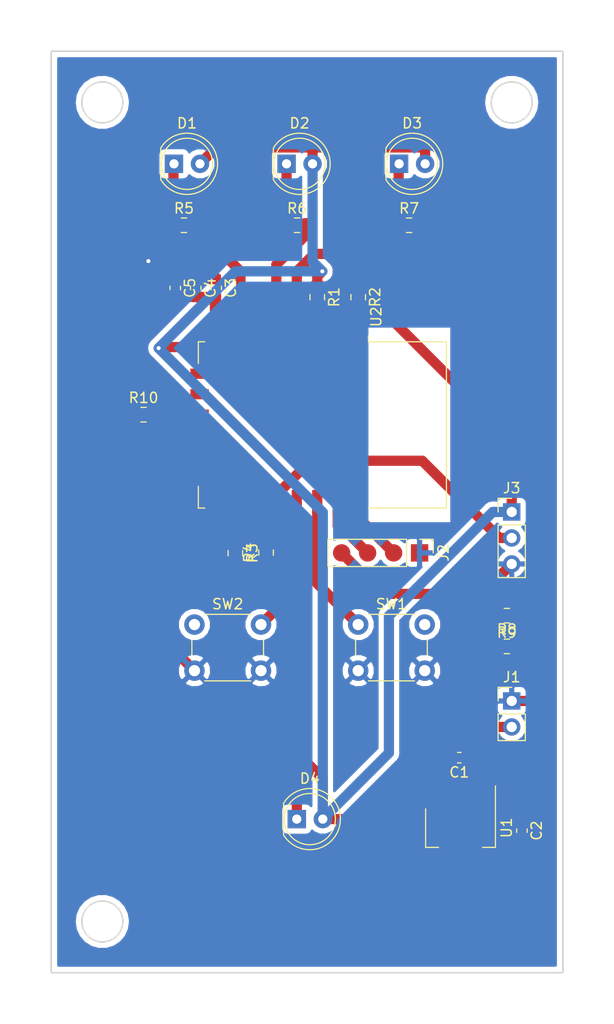
<source format=kicad_pcb>
(kicad_pcb (version 20171130) (host pcbnew "(5.0.0)")

  (general
    (thickness 1.6)
    (drawings 7)
    (tracks 135)
    (zones 0)
    (modules 26)
    (nets 22)
  )

  (page A4)
  (layers
    (0 F.Cu signal)
    (31 B.Cu signal)
    (32 B.Adhes user)
    (33 F.Adhes user)
    (34 B.Paste user)
    (35 F.Paste user)
    (36 B.SilkS user)
    (37 F.SilkS user)
    (38 B.Mask user)
    (39 F.Mask user)
    (40 Dwgs.User user)
    (41 Cmts.User user)
    (42 Eco1.User user)
    (43 Eco2.User user)
    (44 Edge.Cuts user)
    (45 Margin user)
    (46 B.CrtYd user)
    (47 F.CrtYd user)
    (48 B.Fab user)
    (49 F.Fab user)
  )

  (setup
    (last_trace_width 0.25)
    (user_trace_width 0.5)
    (user_trace_width 0.6)
    (user_trace_width 1)
    (trace_clearance 0.2)
    (zone_clearance 0.508)
    (zone_45_only no)
    (trace_min 0.2)
    (segment_width 0.2)
    (edge_width 0.15)
    (via_size 0.8)
    (via_drill 0.4)
    (via_min_size 0.4)
    (via_min_drill 0.3)
    (uvia_size 0.3)
    (uvia_drill 0.1)
    (uvias_allowed no)
    (uvia_min_size 0.2)
    (uvia_min_drill 0.1)
    (pcb_text_width 0.3)
    (pcb_text_size 1.5 1.5)
    (mod_edge_width 0.15)
    (mod_text_size 1 1)
    (mod_text_width 0.15)
    (pad_size 1.7 1.7)
    (pad_drill 0)
    (pad_to_mask_clearance 0.2)
    (aux_axis_origin 0 0)
    (visible_elements 7FFFFFFF)
    (pcbplotparams
      (layerselection 0x010fc_ffffffff)
      (usegerberextensions false)
      (usegerberattributes false)
      (usegerberadvancedattributes false)
      (creategerberjobfile false)
      (excludeedgelayer true)
      (linewidth 0.100000)
      (plotframeref false)
      (viasonmask false)
      (mode 1)
      (useauxorigin false)
      (hpglpennumber 1)
      (hpglpenspeed 20)
      (hpglpendiameter 15.000000)
      (psnegative false)
      (psa4output false)
      (plotreference true)
      (plotvalue true)
      (plotinvisibletext false)
      (padsonsilk false)
      (subtractmaskfromsilk false)
      (outputformat 1)
      (mirror false)
      (drillshape 1)
      (scaleselection 1)
      (outputdirectory "../"))
  )

  (net 0 "")
  (net 1 VCC)
  (net 2 GND)
  (net 3 +3V3)
  (net 4 "Net-(D1-Pad1)")
  (net 5 "Net-(D2-Pad1)")
  (net 6 "Net-(D3-Pad1)")
  (net 7 "Net-(D4-Pad1)")
  (net 8 /Tx)
  (net 9 /Rx)
  (net 10 "Net-(J3-Pad2)")
  (net 11 "Net-(R1-Pad2)")
  (net 12 "Net-(R2-Pad2)")
  (net 13 "Net-(R3-Pad1)")
  (net 14 "Net-(R4-Pad2)")
  (net 15 /LED_GREEN)
  (net 16 /LED_YELLOW)
  (net 17 /LED_RED)
  (net 18 "Net-(R8-Pad2)")
  (net 19 /LED_BATT)
  (net 20 /BUTTON_CHANGE)
  (net 21 /BUTTON_SAVE)

  (net_class Default "This is the default net class."
    (clearance 0.2)
    (trace_width 0.25)
    (via_dia 0.8)
    (via_drill 0.4)
    (uvia_dia 0.3)
    (uvia_drill 0.1)
    (add_net +3V3)
    (add_net /BUTTON_CHANGE)
    (add_net /BUTTON_SAVE)
    (add_net /LED_BATT)
    (add_net /LED_GREEN)
    (add_net /LED_RED)
    (add_net /LED_YELLOW)
    (add_net /Rx)
    (add_net /Tx)
    (add_net GND)
    (add_net "Net-(D1-Pad1)")
    (add_net "Net-(D2-Pad1)")
    (add_net "Net-(D3-Pad1)")
    (add_net "Net-(D4-Pad1)")
    (add_net "Net-(J3-Pad2)")
    (add_net "Net-(R1-Pad2)")
    (add_net "Net-(R2-Pad2)")
    (add_net "Net-(R3-Pad1)")
    (add_net "Net-(R4-Pad2)")
    (add_net "Net-(R8-Pad2)")
    (add_net VCC)
  )

  (module Capacitor_SMD:C_0603_1608Metric_Pad1.05x0.95mm_HandSolder (layer F.Cu) (tedit 5B301BBE) (tstamp 5F029731)
    (at 144.875 119 180)
    (descr "Capacitor SMD 0603 (1608 Metric), square (rectangular) end terminal, IPC_7351 nominal with elongated pad for handsoldering. (Body size source: http://www.tortai-tech.com/upload/download/2011102023233369053.pdf), generated with kicad-footprint-generator")
    (tags "capacitor handsolder")
    (path /5EF600A6)
    (attr smd)
    (fp_text reference C1 (at 0 -1.43 180) (layer F.SilkS)
      (effects (font (size 1 1) (thickness 0.15)))
    )
    (fp_text value 0.1u (at 0 1.43 180) (layer F.Fab)
      (effects (font (size 1 1) (thickness 0.15)))
    )
    (fp_text user %R (at 0 0 180) (layer F.Fab)
      (effects (font (size 0.4 0.4) (thickness 0.06)))
    )
    (fp_line (start 1.65 0.73) (end -1.65 0.73) (layer F.CrtYd) (width 0.05))
    (fp_line (start 1.65 -0.73) (end 1.65 0.73) (layer F.CrtYd) (width 0.05))
    (fp_line (start -1.65 -0.73) (end 1.65 -0.73) (layer F.CrtYd) (width 0.05))
    (fp_line (start -1.65 0.73) (end -1.65 -0.73) (layer F.CrtYd) (width 0.05))
    (fp_line (start -0.171267 0.51) (end 0.171267 0.51) (layer F.SilkS) (width 0.12))
    (fp_line (start -0.171267 -0.51) (end 0.171267 -0.51) (layer F.SilkS) (width 0.12))
    (fp_line (start 0.8 0.4) (end -0.8 0.4) (layer F.Fab) (width 0.1))
    (fp_line (start 0.8 -0.4) (end 0.8 0.4) (layer F.Fab) (width 0.1))
    (fp_line (start -0.8 -0.4) (end 0.8 -0.4) (layer F.Fab) (width 0.1))
    (fp_line (start -0.8 0.4) (end -0.8 -0.4) (layer F.Fab) (width 0.1))
    (pad 2 smd roundrect (at 0.875 0 180) (size 1.05 0.95) (layers F.Cu F.Paste F.Mask) (roundrect_rratio 0.25)
      (net 1 VCC))
    (pad 1 smd roundrect (at -0.875 0 180) (size 1.05 0.95) (layers F.Cu F.Paste F.Mask) (roundrect_rratio 0.25)
      (net 2 GND))
    (model ${KISYS3DMOD}/Capacitor_SMD.3dshapes/C_0603_1608Metric.wrl
      (at (xyz 0 0 0))
      (scale (xyz 1 1 1))
      (rotate (xyz 0 0 0))
    )
  )

  (module Capacitor_SMD:C_0603_1608Metric_Pad1.05x0.95mm_HandSolder (layer F.Cu) (tedit 5B301BBE) (tstamp 5F029742)
    (at 151 126.125 270)
    (descr "Capacitor SMD 0603 (1608 Metric), square (rectangular) end terminal, IPC_7351 nominal with elongated pad for handsoldering. (Body size source: http://www.tortai-tech.com/upload/download/2011102023233369053.pdf), generated with kicad-footprint-generator")
    (tags "capacitor handsolder")
    (path /5EF60122)
    (attr smd)
    (fp_text reference C2 (at 0 -1.43 270) (layer F.SilkS)
      (effects (font (size 1 1) (thickness 0.15)))
    )
    (fp_text value 0.1u (at 0 1.43 270) (layer F.Fab)
      (effects (font (size 1 1) (thickness 0.15)))
    )
    (fp_line (start -0.8 0.4) (end -0.8 -0.4) (layer F.Fab) (width 0.1))
    (fp_line (start -0.8 -0.4) (end 0.8 -0.4) (layer F.Fab) (width 0.1))
    (fp_line (start 0.8 -0.4) (end 0.8 0.4) (layer F.Fab) (width 0.1))
    (fp_line (start 0.8 0.4) (end -0.8 0.4) (layer F.Fab) (width 0.1))
    (fp_line (start -0.171267 -0.51) (end 0.171267 -0.51) (layer F.SilkS) (width 0.12))
    (fp_line (start -0.171267 0.51) (end 0.171267 0.51) (layer F.SilkS) (width 0.12))
    (fp_line (start -1.65 0.73) (end -1.65 -0.73) (layer F.CrtYd) (width 0.05))
    (fp_line (start -1.65 -0.73) (end 1.65 -0.73) (layer F.CrtYd) (width 0.05))
    (fp_line (start 1.65 -0.73) (end 1.65 0.73) (layer F.CrtYd) (width 0.05))
    (fp_line (start 1.65 0.73) (end -1.65 0.73) (layer F.CrtYd) (width 0.05))
    (fp_text user %R (at 0 0 270) (layer F.Fab)
      (effects (font (size 0.4 0.4) (thickness 0.06)))
    )
    (pad 1 smd roundrect (at -0.875 0 270) (size 1.05 0.95) (layers F.Cu F.Paste F.Mask) (roundrect_rratio 0.25)
      (net 2 GND))
    (pad 2 smd roundrect (at 0.875 0 270) (size 1.05 0.95) (layers F.Cu F.Paste F.Mask) (roundrect_rratio 0.25)
      (net 3 +3V3))
    (model ${KISYS3DMOD}/Capacitor_SMD.3dshapes/C_0603_1608Metric.wrl
      (at (xyz 0 0 0))
      (scale (xyz 1 1 1))
      (rotate (xyz 0 0 0))
    )
  )

  (module Capacitor_SMD:C_0603_1608Metric_Pad1.05x0.95mm_HandSolder (layer F.Cu) (tedit 5B301BBE) (tstamp 5F029753)
    (at 121.124953 73.122835 270)
    (descr "Capacitor SMD 0603 (1608 Metric), square (rectangular) end terminal, IPC_7351 nominal with elongated pad for handsoldering. (Body size source: http://www.tortai-tech.com/upload/download/2011102023233369053.pdf), generated with kicad-footprint-generator")
    (tags "capacitor handsolder")
    (path /5EF505E6)
    (attr smd)
    (fp_text reference C3 (at 0 -1.43 270) (layer F.SilkS)
      (effects (font (size 1 1) (thickness 0.15)))
    )
    (fp_text value 10u (at 0 1.43 270) (layer F.Fab)
      (effects (font (size 1 1) (thickness 0.15)))
    )
    (fp_line (start -0.8 0.4) (end -0.8 -0.4) (layer F.Fab) (width 0.1))
    (fp_line (start -0.8 -0.4) (end 0.8 -0.4) (layer F.Fab) (width 0.1))
    (fp_line (start 0.8 -0.4) (end 0.8 0.4) (layer F.Fab) (width 0.1))
    (fp_line (start 0.8 0.4) (end -0.8 0.4) (layer F.Fab) (width 0.1))
    (fp_line (start -0.171267 -0.51) (end 0.171267 -0.51) (layer F.SilkS) (width 0.12))
    (fp_line (start -0.171267 0.51) (end 0.171267 0.51) (layer F.SilkS) (width 0.12))
    (fp_line (start -1.65 0.73) (end -1.65 -0.73) (layer F.CrtYd) (width 0.05))
    (fp_line (start -1.65 -0.73) (end 1.65 -0.73) (layer F.CrtYd) (width 0.05))
    (fp_line (start 1.65 -0.73) (end 1.65 0.73) (layer F.CrtYd) (width 0.05))
    (fp_line (start 1.65 0.73) (end -1.65 0.73) (layer F.CrtYd) (width 0.05))
    (fp_text user %R (at 0 0 270) (layer F.Fab)
      (effects (font (size 0.4 0.4) (thickness 0.06)))
    )
    (pad 1 smd roundrect (at -0.875 0 270) (size 1.05 0.95) (layers F.Cu F.Paste F.Mask) (roundrect_rratio 0.25)
      (net 2 GND))
    (pad 2 smd roundrect (at 0.875 0 270) (size 1.05 0.95) (layers F.Cu F.Paste F.Mask) (roundrect_rratio 0.25)
      (net 3 +3V3))
    (model ${KISYS3DMOD}/Capacitor_SMD.3dshapes/C_0603_1608Metric.wrl
      (at (xyz 0 0 0))
      (scale (xyz 1 1 1))
      (rotate (xyz 0 0 0))
    )
  )

  (module Capacitor_SMD:C_0603_1608Metric_Pad1.05x0.95mm_HandSolder (layer F.Cu) (tedit 5B301BBE) (tstamp 5F029764)
    (at 119.124953 73.122835 270)
    (descr "Capacitor SMD 0603 (1608 Metric), square (rectangular) end terminal, IPC_7351 nominal with elongated pad for handsoldering. (Body size source: http://www.tortai-tech.com/upload/download/2011102023233369053.pdf), generated with kicad-footprint-generator")
    (tags "capacitor handsolder")
    (path /5EF50696)
    (attr smd)
    (fp_text reference C4 (at 0 -1.43 270) (layer F.SilkS)
      (effects (font (size 1 1) (thickness 0.15)))
    )
    (fp_text value 1u (at 0 1.43 270) (layer F.Fab)
      (effects (font (size 1 1) (thickness 0.15)))
    )
    (fp_text user %R (at 0 0 270) (layer F.Fab)
      (effects (font (size 0.4 0.4) (thickness 0.06)))
    )
    (fp_line (start 1.65 0.73) (end -1.65 0.73) (layer F.CrtYd) (width 0.05))
    (fp_line (start 1.65 -0.73) (end 1.65 0.73) (layer F.CrtYd) (width 0.05))
    (fp_line (start -1.65 -0.73) (end 1.65 -0.73) (layer F.CrtYd) (width 0.05))
    (fp_line (start -1.65 0.73) (end -1.65 -0.73) (layer F.CrtYd) (width 0.05))
    (fp_line (start -0.171267 0.51) (end 0.171267 0.51) (layer F.SilkS) (width 0.12))
    (fp_line (start -0.171267 -0.51) (end 0.171267 -0.51) (layer F.SilkS) (width 0.12))
    (fp_line (start 0.8 0.4) (end -0.8 0.4) (layer F.Fab) (width 0.1))
    (fp_line (start 0.8 -0.4) (end 0.8 0.4) (layer F.Fab) (width 0.1))
    (fp_line (start -0.8 -0.4) (end 0.8 -0.4) (layer F.Fab) (width 0.1))
    (fp_line (start -0.8 0.4) (end -0.8 -0.4) (layer F.Fab) (width 0.1))
    (pad 2 smd roundrect (at 0.875 0 270) (size 1.05 0.95) (layers F.Cu F.Paste F.Mask) (roundrect_rratio 0.25)
      (net 3 +3V3))
    (pad 1 smd roundrect (at -0.875 0 270) (size 1.05 0.95) (layers F.Cu F.Paste F.Mask) (roundrect_rratio 0.25)
      (net 2 GND))
    (model ${KISYS3DMOD}/Capacitor_SMD.3dshapes/C_0603_1608Metric.wrl
      (at (xyz 0 0 0))
      (scale (xyz 1 1 1))
      (rotate (xyz 0 0 0))
    )
  )

  (module Capacitor_SMD:C_0603_1608Metric_Pad1.05x0.95mm_HandSolder (layer F.Cu) (tedit 5B301BBE) (tstamp 5F029775)
    (at 117.124953 73.122835 270)
    (descr "Capacitor SMD 0603 (1608 Metric), square (rectangular) end terminal, IPC_7351 nominal with elongated pad for handsoldering. (Body size source: http://www.tortai-tech.com/upload/download/2011102023233369053.pdf), generated with kicad-footprint-generator")
    (tags "capacitor handsolder")
    (path /5EF506BA)
    (attr smd)
    (fp_text reference C5 (at 0 -1.43 270) (layer F.SilkS)
      (effects (font (size 1 1) (thickness 0.15)))
    )
    (fp_text value 0.1u (at 0 1.43 270) (layer F.Fab)
      (effects (font (size 1 1) (thickness 0.15)))
    )
    (fp_line (start -0.8 0.4) (end -0.8 -0.4) (layer F.Fab) (width 0.1))
    (fp_line (start -0.8 -0.4) (end 0.8 -0.4) (layer F.Fab) (width 0.1))
    (fp_line (start 0.8 -0.4) (end 0.8 0.4) (layer F.Fab) (width 0.1))
    (fp_line (start 0.8 0.4) (end -0.8 0.4) (layer F.Fab) (width 0.1))
    (fp_line (start -0.171267 -0.51) (end 0.171267 -0.51) (layer F.SilkS) (width 0.12))
    (fp_line (start -0.171267 0.51) (end 0.171267 0.51) (layer F.SilkS) (width 0.12))
    (fp_line (start -1.65 0.73) (end -1.65 -0.73) (layer F.CrtYd) (width 0.05))
    (fp_line (start -1.65 -0.73) (end 1.65 -0.73) (layer F.CrtYd) (width 0.05))
    (fp_line (start 1.65 -0.73) (end 1.65 0.73) (layer F.CrtYd) (width 0.05))
    (fp_line (start 1.65 0.73) (end -1.65 0.73) (layer F.CrtYd) (width 0.05))
    (fp_text user %R (at 0 0 270) (layer F.Fab)
      (effects (font (size 0.4 0.4) (thickness 0.06)))
    )
    (pad 1 smd roundrect (at -0.875 0 270) (size 1.05 0.95) (layers F.Cu F.Paste F.Mask) (roundrect_rratio 0.25)
      (net 2 GND))
    (pad 2 smd roundrect (at 0.875 0 270) (size 1.05 0.95) (layers F.Cu F.Paste F.Mask) (roundrect_rratio 0.25)
      (net 3 +3V3))
    (model ${KISYS3DMOD}/Capacitor_SMD.3dshapes/C_0603_1608Metric.wrl
      (at (xyz 0 0 0))
      (scale (xyz 1 1 1))
      (rotate (xyz 0 0 0))
    )
  )

  (module LED_THT:LED_D5.0mm (layer F.Cu) (tedit 5995936A) (tstamp 5F029787)
    (at 117 61)
    (descr "LED, diameter 5.0mm, 2 pins, http://cdn-reichelt.de/documents/datenblatt/A500/LL-504BC2E-009.pdf")
    (tags "LED diameter 5.0mm 2 pins")
    (path /5EF550FA)
    (fp_text reference D1 (at 1.27 -3.96) (layer F.SilkS)
      (effects (font (size 1 1) (thickness 0.15)))
    )
    (fp_text value Green (at 1.27 3.96) (layer F.Fab)
      (effects (font (size 1 1) (thickness 0.15)))
    )
    (fp_arc (start 1.27 0) (end -1.23 -1.469694) (angle 299.1) (layer F.Fab) (width 0.1))
    (fp_arc (start 1.27 0) (end -1.29 -1.54483) (angle 148.9) (layer F.SilkS) (width 0.12))
    (fp_arc (start 1.27 0) (end -1.29 1.54483) (angle -148.9) (layer F.SilkS) (width 0.12))
    (fp_circle (center 1.27 0) (end 3.77 0) (layer F.Fab) (width 0.1))
    (fp_circle (center 1.27 0) (end 3.77 0) (layer F.SilkS) (width 0.12))
    (fp_line (start -1.23 -1.469694) (end -1.23 1.469694) (layer F.Fab) (width 0.1))
    (fp_line (start -1.29 -1.545) (end -1.29 1.545) (layer F.SilkS) (width 0.12))
    (fp_line (start -1.95 -3.25) (end -1.95 3.25) (layer F.CrtYd) (width 0.05))
    (fp_line (start -1.95 3.25) (end 4.5 3.25) (layer F.CrtYd) (width 0.05))
    (fp_line (start 4.5 3.25) (end 4.5 -3.25) (layer F.CrtYd) (width 0.05))
    (fp_line (start 4.5 -3.25) (end -1.95 -3.25) (layer F.CrtYd) (width 0.05))
    (fp_text user %R (at 1.25 0) (layer F.Fab)
      (effects (font (size 0.8 0.8) (thickness 0.2)))
    )
    (pad 1 thru_hole rect (at 0 0) (size 1.8 1.8) (drill 0.9) (layers *.Cu *.Mask)
      (net 4 "Net-(D1-Pad1)"))
    (pad 2 thru_hole circle (at 2.54 0) (size 1.8 1.8) (drill 0.9) (layers *.Cu *.Mask)
      (net 3 +3V3))
    (model ${KISYS3DMOD}/LED_THT.3dshapes/LED_D5.0mm.wrl
      (at (xyz 0 0 0))
      (scale (xyz 1 1 1))
      (rotate (xyz 0 0 0))
    )
  )

  (module LED_THT:LED_D5.0mm (layer F.Cu) (tedit 5995936A) (tstamp 5F02A36B)
    (at 128 61)
    (descr "LED, diameter 5.0mm, 2 pins, http://cdn-reichelt.de/documents/datenblatt/A500/LL-504BC2E-009.pdf")
    (tags "LED diameter 5.0mm 2 pins")
    (path /5EF551AE)
    (fp_text reference D2 (at 1.27 -3.96) (layer F.SilkS)
      (effects (font (size 1 1) (thickness 0.15)))
    )
    (fp_text value Yellow (at 1.27 3.96) (layer F.Fab)
      (effects (font (size 1 1) (thickness 0.15)))
    )
    (fp_arc (start 1.27 0) (end -1.23 -1.469694) (angle 299.1) (layer F.Fab) (width 0.1))
    (fp_arc (start 1.27 0) (end -1.29 -1.54483) (angle 148.9) (layer F.SilkS) (width 0.12))
    (fp_arc (start 1.27 0) (end -1.29 1.54483) (angle -148.9) (layer F.SilkS) (width 0.12))
    (fp_circle (center 1.27 0) (end 3.77 0) (layer F.Fab) (width 0.1))
    (fp_circle (center 1.27 0) (end 3.77 0) (layer F.SilkS) (width 0.12))
    (fp_line (start -1.23 -1.469694) (end -1.23 1.469694) (layer F.Fab) (width 0.1))
    (fp_line (start -1.29 -1.545) (end -1.29 1.545) (layer F.SilkS) (width 0.12))
    (fp_line (start -1.95 -3.25) (end -1.95 3.25) (layer F.CrtYd) (width 0.05))
    (fp_line (start -1.95 3.25) (end 4.5 3.25) (layer F.CrtYd) (width 0.05))
    (fp_line (start 4.5 3.25) (end 4.5 -3.25) (layer F.CrtYd) (width 0.05))
    (fp_line (start 4.5 -3.25) (end -1.95 -3.25) (layer F.CrtYd) (width 0.05))
    (fp_text user %R (at 1.25 0) (layer F.Fab)
      (effects (font (size 0.8 0.8) (thickness 0.2)))
    )
    (pad 1 thru_hole rect (at 0 0) (size 1.8 1.8) (drill 0.9) (layers *.Cu *.Mask)
      (net 5 "Net-(D2-Pad1)"))
    (pad 2 thru_hole circle (at 2.54 0) (size 1.8 1.8) (drill 0.9) (layers *.Cu *.Mask)
      (net 3 +3V3))
    (model ${KISYS3DMOD}/LED_THT.3dshapes/LED_D5.0mm.wrl
      (at (xyz 0 0 0))
      (scale (xyz 1 1 1))
      (rotate (xyz 0 0 0))
    )
  )

  (module LED_THT:LED_D5.0mm (layer F.Cu) (tedit 5995936A) (tstamp 5F0297AB)
    (at 139 61)
    (descr "LED, diameter 5.0mm, 2 pins, http://cdn-reichelt.de/documents/datenblatt/A500/LL-504BC2E-009.pdf")
    (tags "LED diameter 5.0mm 2 pins")
    (path /5EF551E0)
    (fp_text reference D3 (at 1.27 -3.96) (layer F.SilkS)
      (effects (font (size 1 1) (thickness 0.15)))
    )
    (fp_text value Red (at 1.27 3.96) (layer F.Fab)
      (effects (font (size 1 1) (thickness 0.15)))
    )
    (fp_text user %R (at 1.25 0) (layer F.Fab)
      (effects (font (size 0.8 0.8) (thickness 0.2)))
    )
    (fp_line (start 4.5 -3.25) (end -1.95 -3.25) (layer F.CrtYd) (width 0.05))
    (fp_line (start 4.5 3.25) (end 4.5 -3.25) (layer F.CrtYd) (width 0.05))
    (fp_line (start -1.95 3.25) (end 4.5 3.25) (layer F.CrtYd) (width 0.05))
    (fp_line (start -1.95 -3.25) (end -1.95 3.25) (layer F.CrtYd) (width 0.05))
    (fp_line (start -1.29 -1.545) (end -1.29 1.545) (layer F.SilkS) (width 0.12))
    (fp_line (start -1.23 -1.469694) (end -1.23 1.469694) (layer F.Fab) (width 0.1))
    (fp_circle (center 1.27 0) (end 3.77 0) (layer F.SilkS) (width 0.12))
    (fp_circle (center 1.27 0) (end 3.77 0) (layer F.Fab) (width 0.1))
    (fp_arc (start 1.27 0) (end -1.29 1.54483) (angle -148.9) (layer F.SilkS) (width 0.12))
    (fp_arc (start 1.27 0) (end -1.29 -1.54483) (angle 148.9) (layer F.SilkS) (width 0.12))
    (fp_arc (start 1.27 0) (end -1.23 -1.469694) (angle 299.1) (layer F.Fab) (width 0.1))
    (pad 2 thru_hole circle (at 2.54 0) (size 1.8 1.8) (drill 0.9) (layers *.Cu *.Mask)
      (net 3 +3V3))
    (pad 1 thru_hole rect (at 0 0) (size 1.8 1.8) (drill 0.9) (layers *.Cu *.Mask)
      (net 6 "Net-(D3-Pad1)"))
    (model ${KISYS3DMOD}/LED_THT.3dshapes/LED_D5.0mm.wrl
      (at (xyz 0 0 0))
      (scale (xyz 1 1 1))
      (rotate (xyz 0 0 0))
    )
  )

  (module LED_THT:LED_D5.0mm (layer F.Cu) (tedit 5995936A) (tstamp 5F0297BD)
    (at 129 125)
    (descr "LED, diameter 5.0mm, 2 pins, http://cdn-reichelt.de/documents/datenblatt/A500/LL-504BC2E-009.pdf")
    (tags "LED diameter 5.0mm 2 pins")
    (path /5EF7D82B)
    (fp_text reference D4 (at 1.27 -3.96) (layer F.SilkS)
      (effects (font (size 1 1) (thickness 0.15)))
    )
    (fp_text value Batt (at 1.27 3.96) (layer F.Fab)
      (effects (font (size 1 1) (thickness 0.15)))
    )
    (fp_text user %R (at 1.25 0) (layer F.Fab)
      (effects (font (size 0.8 0.8) (thickness 0.2)))
    )
    (fp_line (start 4.5 -3.25) (end -1.95 -3.25) (layer F.CrtYd) (width 0.05))
    (fp_line (start 4.5 3.25) (end 4.5 -3.25) (layer F.CrtYd) (width 0.05))
    (fp_line (start -1.95 3.25) (end 4.5 3.25) (layer F.CrtYd) (width 0.05))
    (fp_line (start -1.95 -3.25) (end -1.95 3.25) (layer F.CrtYd) (width 0.05))
    (fp_line (start -1.29 -1.545) (end -1.29 1.545) (layer F.SilkS) (width 0.12))
    (fp_line (start -1.23 -1.469694) (end -1.23 1.469694) (layer F.Fab) (width 0.1))
    (fp_circle (center 1.27 0) (end 3.77 0) (layer F.SilkS) (width 0.12))
    (fp_circle (center 1.27 0) (end 3.77 0) (layer F.Fab) (width 0.1))
    (fp_arc (start 1.27 0) (end -1.29 1.54483) (angle -148.9) (layer F.SilkS) (width 0.12))
    (fp_arc (start 1.27 0) (end -1.29 -1.54483) (angle 148.9) (layer F.SilkS) (width 0.12))
    (fp_arc (start 1.27 0) (end -1.23 -1.469694) (angle 299.1) (layer F.Fab) (width 0.1))
    (pad 2 thru_hole circle (at 2.54 0) (size 1.8 1.8) (drill 0.9) (layers *.Cu *.Mask)
      (net 3 +3V3))
    (pad 1 thru_hole rect (at 0 0) (size 1.8 1.8) (drill 0.9) (layers *.Cu *.Mask)
      (net 7 "Net-(D4-Pad1)"))
    (model ${KISYS3DMOD}/LED_THT.3dshapes/LED_D5.0mm.wrl
      (at (xyz 0 0 0))
      (scale (xyz 1 1 1))
      (rotate (xyz 0 0 0))
    )
  )

  (module Connector_PinHeader_2.54mm:PinHeader_1x02_P2.54mm_Vertical (layer F.Cu) (tedit 59FED5CC) (tstamp 5F029F16)
    (at 150 113.46)
    (descr "Through hole straight pin header, 1x02, 2.54mm pitch, single row")
    (tags "Through hole pin header THT 1x02 2.54mm single row")
    (path /5EF50347)
    (fp_text reference J1 (at 0 -2.33) (layer F.SilkS)
      (effects (font (size 1 1) (thickness 0.15)))
    )
    (fp_text value "Battery Connector" (at 0 4.87) (layer F.Fab)
      (effects (font (size 1 1) (thickness 0.15)))
    )
    (fp_line (start -0.635 -1.27) (end 1.27 -1.27) (layer F.Fab) (width 0.1))
    (fp_line (start 1.27 -1.27) (end 1.27 3.81) (layer F.Fab) (width 0.1))
    (fp_line (start 1.27 3.81) (end -1.27 3.81) (layer F.Fab) (width 0.1))
    (fp_line (start -1.27 3.81) (end -1.27 -0.635) (layer F.Fab) (width 0.1))
    (fp_line (start -1.27 -0.635) (end -0.635 -1.27) (layer F.Fab) (width 0.1))
    (fp_line (start -1.33 3.87) (end 1.33 3.87) (layer F.SilkS) (width 0.12))
    (fp_line (start -1.33 1.27) (end -1.33 3.87) (layer F.SilkS) (width 0.12))
    (fp_line (start 1.33 1.27) (end 1.33 3.87) (layer F.SilkS) (width 0.12))
    (fp_line (start -1.33 1.27) (end 1.33 1.27) (layer F.SilkS) (width 0.12))
    (fp_line (start -1.33 0) (end -1.33 -1.33) (layer F.SilkS) (width 0.12))
    (fp_line (start -1.33 -1.33) (end 0 -1.33) (layer F.SilkS) (width 0.12))
    (fp_line (start -1.8 -1.8) (end -1.8 4.35) (layer F.CrtYd) (width 0.05))
    (fp_line (start -1.8 4.35) (end 1.8 4.35) (layer F.CrtYd) (width 0.05))
    (fp_line (start 1.8 4.35) (end 1.8 -1.8) (layer F.CrtYd) (width 0.05))
    (fp_line (start 1.8 -1.8) (end -1.8 -1.8) (layer F.CrtYd) (width 0.05))
    (fp_text user %R (at 0 1.27 90) (layer F.Fab)
      (effects (font (size 1 1) (thickness 0.15)))
    )
    (pad 1 thru_hole rect (at 0 0) (size 1.7 1.7) (drill 1) (layers *.Cu *.Mask)
      (net 2 GND))
    (pad 2 thru_hole oval (at 0 2.54) (size 1.7 1.7) (drill 1) (layers *.Cu *.Mask)
      (net 1 VCC))
    (model ${KISYS3DMOD}/Connector_PinHeader_2.54mm.3dshapes/PinHeader_1x02_P2.54mm_Vertical.wrl
      (at (xyz 0 0 0))
      (scale (xyz 1 1 1))
      (rotate (xyz 0 0 0))
    )
  )

  (module Connector_PinHeader_2.54mm:PinHeader_1x03_P2.54mm_Vertical (layer F.Cu) (tedit 59FED5CC) (tstamp 5F029801)
    (at 150 95)
    (descr "Through hole straight pin header, 1x03, 2.54mm pitch, single row")
    (tags "Through hole pin header THT 1x03 2.54mm single row")
    (path /5EF535D2)
    (fp_text reference J3 (at 0 -2.33) (layer F.SilkS)
      (effects (font (size 1 1) (thickness 0.15)))
    )
    (fp_text value "Prog Jumper" (at 0 7.41) (layer F.Fab)
      (effects (font (size 1 1) (thickness 0.15)))
    )
    (fp_text user %R (at 0 2.54 90) (layer F.Fab)
      (effects (font (size 1 1) (thickness 0.15)))
    )
    (fp_line (start 1.8 -1.8) (end -1.8 -1.8) (layer F.CrtYd) (width 0.05))
    (fp_line (start 1.8 6.85) (end 1.8 -1.8) (layer F.CrtYd) (width 0.05))
    (fp_line (start -1.8 6.85) (end 1.8 6.85) (layer F.CrtYd) (width 0.05))
    (fp_line (start -1.8 -1.8) (end -1.8 6.85) (layer F.CrtYd) (width 0.05))
    (fp_line (start -1.33 -1.33) (end 0 -1.33) (layer F.SilkS) (width 0.12))
    (fp_line (start -1.33 0) (end -1.33 -1.33) (layer F.SilkS) (width 0.12))
    (fp_line (start -1.33 1.27) (end 1.33 1.27) (layer F.SilkS) (width 0.12))
    (fp_line (start 1.33 1.27) (end 1.33 6.41) (layer F.SilkS) (width 0.12))
    (fp_line (start -1.33 1.27) (end -1.33 6.41) (layer F.SilkS) (width 0.12))
    (fp_line (start -1.33 6.41) (end 1.33 6.41) (layer F.SilkS) (width 0.12))
    (fp_line (start -1.27 -0.635) (end -0.635 -1.27) (layer F.Fab) (width 0.1))
    (fp_line (start -1.27 6.35) (end -1.27 -0.635) (layer F.Fab) (width 0.1))
    (fp_line (start 1.27 6.35) (end -1.27 6.35) (layer F.Fab) (width 0.1))
    (fp_line (start 1.27 -1.27) (end 1.27 6.35) (layer F.Fab) (width 0.1))
    (fp_line (start -0.635 -1.27) (end 1.27 -1.27) (layer F.Fab) (width 0.1))
    (pad 3 thru_hole oval (at 0 5.08) (size 1.7 1.7) (drill 1) (layers *.Cu *.Mask)
      (net 2 GND))
    (pad 2 thru_hole oval (at 0 2.54) (size 1.7 1.7) (drill 1) (layers *.Cu *.Mask)
      (net 10 "Net-(J3-Pad2)"))
    (pad 1 thru_hole rect (at 0 0) (size 1.7 1.7) (drill 1) (layers *.Cu *.Mask)
      (net 3 +3V3))
    (model ${KISYS3DMOD}/Connector_PinHeader_2.54mm.3dshapes/PinHeader_1x03_P2.54mm_Vertical.wrl
      (at (xyz 0 0 0))
      (scale (xyz 1 1 1))
      (rotate (xyz 0 0 0))
    )
  )

  (module Resistor_SMD:R_0805_2012Metric_Pad1.15x1.40mm_HandSolder (layer F.Cu) (tedit 5B36C52B) (tstamp 5F029812)
    (at 131 74.025 270)
    (descr "Resistor SMD 0805 (2012 Metric), square (rectangular) end terminal, IPC_7351 nominal with elongated pad for handsoldering. (Body size source: https://docs.google.com/spreadsheets/d/1BsfQQcO9C6DZCsRaXUlFlo91Tg2WpOkGARC1WS5S8t0/edit?usp=sharing), generated with kicad-footprint-generator")
    (tags "resistor handsolder")
    (path /5EF50A7A)
    (attr smd)
    (fp_text reference R1 (at 0 -1.65 270) (layer F.SilkS)
      (effects (font (size 1 1) (thickness 0.15)))
    )
    (fp_text value 10k (at 0 1.65 270) (layer F.Fab)
      (effects (font (size 1 1) (thickness 0.15)))
    )
    (fp_text user %R (at 0 0 270) (layer F.Fab)
      (effects (font (size 0.5 0.5) (thickness 0.08)))
    )
    (fp_line (start 1.85 0.95) (end -1.85 0.95) (layer F.CrtYd) (width 0.05))
    (fp_line (start 1.85 -0.95) (end 1.85 0.95) (layer F.CrtYd) (width 0.05))
    (fp_line (start -1.85 -0.95) (end 1.85 -0.95) (layer F.CrtYd) (width 0.05))
    (fp_line (start -1.85 0.95) (end -1.85 -0.95) (layer F.CrtYd) (width 0.05))
    (fp_line (start -0.261252 0.71) (end 0.261252 0.71) (layer F.SilkS) (width 0.12))
    (fp_line (start -0.261252 -0.71) (end 0.261252 -0.71) (layer F.SilkS) (width 0.12))
    (fp_line (start 1 0.6) (end -1 0.6) (layer F.Fab) (width 0.1))
    (fp_line (start 1 -0.6) (end 1 0.6) (layer F.Fab) (width 0.1))
    (fp_line (start -1 -0.6) (end 1 -0.6) (layer F.Fab) (width 0.1))
    (fp_line (start -1 0.6) (end -1 -0.6) (layer F.Fab) (width 0.1))
    (pad 2 smd roundrect (at 1.025 0 270) (size 1.15 1.4) (layers F.Cu F.Paste F.Mask) (roundrect_rratio 0.217391)
      (net 11 "Net-(R1-Pad2)"))
    (pad 1 smd roundrect (at -1.025 0 270) (size 1.15 1.4) (layers F.Cu F.Paste F.Mask) (roundrect_rratio 0.217391)
      (net 3 +3V3))
    (model ${KISYS3DMOD}/Resistor_SMD.3dshapes/R_0805_2012Metric.wrl
      (at (xyz 0 0 0))
      (scale (xyz 1 1 1))
      (rotate (xyz 0 0 0))
    )
  )

  (module Resistor_SMD:R_0805_2012Metric_Pad1.15x1.40mm_HandSolder (layer F.Cu) (tedit 5B36C52B) (tstamp 5F029823)
    (at 135 74.025 270)
    (descr "Resistor SMD 0805 (2012 Metric), square (rectangular) end terminal, IPC_7351 nominal with elongated pad for handsoldering. (Body size source: https://docs.google.com/spreadsheets/d/1BsfQQcO9C6DZCsRaXUlFlo91Tg2WpOkGARC1WS5S8t0/edit?usp=sharing), generated with kicad-footprint-generator")
    (tags "resistor handsolder")
    (path /5EF509D2)
    (attr smd)
    (fp_text reference R2 (at 0 -1.65 270) (layer F.SilkS)
      (effects (font (size 1 1) (thickness 0.15)))
    )
    (fp_text value 10k (at 0 1.65 270) (layer F.Fab)
      (effects (font (size 1 1) (thickness 0.15)))
    )
    (fp_text user %R (at 0 0 270) (layer F.Fab)
      (effects (font (size 0.5 0.5) (thickness 0.08)))
    )
    (fp_line (start 1.85 0.95) (end -1.85 0.95) (layer F.CrtYd) (width 0.05))
    (fp_line (start 1.85 -0.95) (end 1.85 0.95) (layer F.CrtYd) (width 0.05))
    (fp_line (start -1.85 -0.95) (end 1.85 -0.95) (layer F.CrtYd) (width 0.05))
    (fp_line (start -1.85 0.95) (end -1.85 -0.95) (layer F.CrtYd) (width 0.05))
    (fp_line (start -0.261252 0.71) (end 0.261252 0.71) (layer F.SilkS) (width 0.12))
    (fp_line (start -0.261252 -0.71) (end 0.261252 -0.71) (layer F.SilkS) (width 0.12))
    (fp_line (start 1 0.6) (end -1 0.6) (layer F.Fab) (width 0.1))
    (fp_line (start 1 -0.6) (end 1 0.6) (layer F.Fab) (width 0.1))
    (fp_line (start -1 -0.6) (end 1 -0.6) (layer F.Fab) (width 0.1))
    (fp_line (start -1 0.6) (end -1 -0.6) (layer F.Fab) (width 0.1))
    (pad 2 smd roundrect (at 1.025 0 270) (size 1.15 1.4) (layers F.Cu F.Paste F.Mask) (roundrect_rratio 0.217391)
      (net 12 "Net-(R2-Pad2)"))
    (pad 1 smd roundrect (at -1.025 0 270) (size 1.15 1.4) (layers F.Cu F.Paste F.Mask) (roundrect_rratio 0.217391)
      (net 3 +3V3))
    (model ${KISYS3DMOD}/Resistor_SMD.3dshapes/R_0805_2012Metric.wrl
      (at (xyz 0 0 0))
      (scale (xyz 1 1 1))
      (rotate (xyz 0 0 0))
    )
  )

  (module Resistor_SMD:R_0805_2012Metric_Pad1.15x1.40mm_HandSolder (layer F.Cu) (tedit 5B36C52B) (tstamp 5F029834)
    (at 123 99.025 270)
    (descr "Resistor SMD 0805 (2012 Metric), square (rectangular) end terminal, IPC_7351 nominal with elongated pad for handsoldering. (Body size source: https://docs.google.com/spreadsheets/d/1BsfQQcO9C6DZCsRaXUlFlo91Tg2WpOkGARC1WS5S8t0/edit?usp=sharing), generated with kicad-footprint-generator")
    (tags "resistor handsolder")
    (path /5EF526A7)
    (attr smd)
    (fp_text reference R3 (at 0 -1.65 270) (layer F.SilkS)
      (effects (font (size 1 1) (thickness 0.15)))
    )
    (fp_text value 10k (at 0 1.65 270) (layer F.Fab)
      (effects (font (size 1 1) (thickness 0.15)))
    )
    (fp_line (start -1 0.6) (end -1 -0.6) (layer F.Fab) (width 0.1))
    (fp_line (start -1 -0.6) (end 1 -0.6) (layer F.Fab) (width 0.1))
    (fp_line (start 1 -0.6) (end 1 0.6) (layer F.Fab) (width 0.1))
    (fp_line (start 1 0.6) (end -1 0.6) (layer F.Fab) (width 0.1))
    (fp_line (start -0.261252 -0.71) (end 0.261252 -0.71) (layer F.SilkS) (width 0.12))
    (fp_line (start -0.261252 0.71) (end 0.261252 0.71) (layer F.SilkS) (width 0.12))
    (fp_line (start -1.85 0.95) (end -1.85 -0.95) (layer F.CrtYd) (width 0.05))
    (fp_line (start -1.85 -0.95) (end 1.85 -0.95) (layer F.CrtYd) (width 0.05))
    (fp_line (start 1.85 -0.95) (end 1.85 0.95) (layer F.CrtYd) (width 0.05))
    (fp_line (start 1.85 0.95) (end -1.85 0.95) (layer F.CrtYd) (width 0.05))
    (fp_text user %R (at 0 0 270) (layer F.Fab)
      (effects (font (size 0.5 0.5) (thickness 0.08)))
    )
    (pad 1 smd roundrect (at -1.025 0 270) (size 1.15 1.4) (layers F.Cu F.Paste F.Mask) (roundrect_rratio 0.217391)
      (net 13 "Net-(R3-Pad1)"))
    (pad 2 smd roundrect (at 1.025 0 270) (size 1.15 1.4) (layers F.Cu F.Paste F.Mask) (roundrect_rratio 0.217391)
      (net 2 GND))
    (model ${KISYS3DMOD}/Resistor_SMD.3dshapes/R_0805_2012Metric.wrl
      (at (xyz 0 0 0))
      (scale (xyz 1 1 1))
      (rotate (xyz 0 0 0))
    )
  )

  (module Resistor_SMD:R_0805_2012Metric_Pad1.15x1.40mm_HandSolder (layer F.Cu) (tedit 5B36C52B) (tstamp 5F029845)
    (at 126 98.975 90)
    (descr "Resistor SMD 0805 (2012 Metric), square (rectangular) end terminal, IPC_7351 nominal with elongated pad for handsoldering. (Body size source: https://docs.google.com/spreadsheets/d/1BsfQQcO9C6DZCsRaXUlFlo91Tg2WpOkGARC1WS5S8t0/edit?usp=sharing), generated with kicad-footprint-generator")
    (tags "resistor handsolder")
    (path /5EF5156D)
    (attr smd)
    (fp_text reference R4 (at 0 -1.65 90) (layer F.SilkS)
      (effects (font (size 1 1) (thickness 0.15)))
    )
    (fp_text value 10k (at 0 1.65 90) (layer F.Fab)
      (effects (font (size 1 1) (thickness 0.15)))
    )
    (fp_line (start -1 0.6) (end -1 -0.6) (layer F.Fab) (width 0.1))
    (fp_line (start -1 -0.6) (end 1 -0.6) (layer F.Fab) (width 0.1))
    (fp_line (start 1 -0.6) (end 1 0.6) (layer F.Fab) (width 0.1))
    (fp_line (start 1 0.6) (end -1 0.6) (layer F.Fab) (width 0.1))
    (fp_line (start -0.261252 -0.71) (end 0.261252 -0.71) (layer F.SilkS) (width 0.12))
    (fp_line (start -0.261252 0.71) (end 0.261252 0.71) (layer F.SilkS) (width 0.12))
    (fp_line (start -1.85 0.95) (end -1.85 -0.95) (layer F.CrtYd) (width 0.05))
    (fp_line (start -1.85 -0.95) (end 1.85 -0.95) (layer F.CrtYd) (width 0.05))
    (fp_line (start 1.85 -0.95) (end 1.85 0.95) (layer F.CrtYd) (width 0.05))
    (fp_line (start 1.85 0.95) (end -1.85 0.95) (layer F.CrtYd) (width 0.05))
    (fp_text user %R (at 0 0 90) (layer F.Fab)
      (effects (font (size 0.5 0.5) (thickness 0.08)))
    )
    (pad 1 smd roundrect (at -1.025 0 90) (size 1.15 1.4) (layers F.Cu F.Paste F.Mask) (roundrect_rratio 0.217391)
      (net 3 +3V3))
    (pad 2 smd roundrect (at 1.025 0 90) (size 1.15 1.4) (layers F.Cu F.Paste F.Mask) (roundrect_rratio 0.217391)
      (net 14 "Net-(R4-Pad2)"))
    (model ${KISYS3DMOD}/Resistor_SMD.3dshapes/R_0805_2012Metric.wrl
      (at (xyz 0 0 0))
      (scale (xyz 1 1 1))
      (rotate (xyz 0 0 0))
    )
  )

  (module Resistor_SMD:R_0805_2012Metric_Pad1.15x1.40mm_HandSolder (layer F.Cu) (tedit 5B36C52B) (tstamp 5F029856)
    (at 117.975 67)
    (descr "Resistor SMD 0805 (2012 Metric), square (rectangular) end terminal, IPC_7351 nominal with elongated pad for handsoldering. (Body size source: https://docs.google.com/spreadsheets/d/1BsfQQcO9C6DZCsRaXUlFlo91Tg2WpOkGARC1WS5S8t0/edit?usp=sharing), generated with kicad-footprint-generator")
    (tags "resistor handsolder")
    (path /5EF55216)
    (attr smd)
    (fp_text reference R5 (at 0 -1.65) (layer F.SilkS)
      (effects (font (size 1 1) (thickness 0.15)))
    )
    (fp_text value R_Small (at 0 1.65) (layer F.Fab)
      (effects (font (size 1 1) (thickness 0.15)))
    )
    (fp_line (start -1 0.6) (end -1 -0.6) (layer F.Fab) (width 0.1))
    (fp_line (start -1 -0.6) (end 1 -0.6) (layer F.Fab) (width 0.1))
    (fp_line (start 1 -0.6) (end 1 0.6) (layer F.Fab) (width 0.1))
    (fp_line (start 1 0.6) (end -1 0.6) (layer F.Fab) (width 0.1))
    (fp_line (start -0.261252 -0.71) (end 0.261252 -0.71) (layer F.SilkS) (width 0.12))
    (fp_line (start -0.261252 0.71) (end 0.261252 0.71) (layer F.SilkS) (width 0.12))
    (fp_line (start -1.85 0.95) (end -1.85 -0.95) (layer F.CrtYd) (width 0.05))
    (fp_line (start -1.85 -0.95) (end 1.85 -0.95) (layer F.CrtYd) (width 0.05))
    (fp_line (start 1.85 -0.95) (end 1.85 0.95) (layer F.CrtYd) (width 0.05))
    (fp_line (start 1.85 0.95) (end -1.85 0.95) (layer F.CrtYd) (width 0.05))
    (fp_text user %R (at 0 0) (layer F.Fab)
      (effects (font (size 0.5 0.5) (thickness 0.08)))
    )
    (pad 1 smd roundrect (at -1.025 0) (size 1.15 1.4) (layers F.Cu F.Paste F.Mask) (roundrect_rratio 0.217391)
      (net 4 "Net-(D1-Pad1)"))
    (pad 2 smd roundrect (at 1.025 0) (size 1.15 1.4) (layers F.Cu F.Paste F.Mask) (roundrect_rratio 0.217391)
      (net 15 /LED_GREEN))
    (model ${KISYS3DMOD}/Resistor_SMD.3dshapes/R_0805_2012Metric.wrl
      (at (xyz 0 0 0))
      (scale (xyz 1 1 1))
      (rotate (xyz 0 0 0))
    )
  )

  (module Resistor_SMD:R_0805_2012Metric_Pad1.15x1.40mm_HandSolder (layer F.Cu) (tedit 5B36C52B) (tstamp 5F029867)
    (at 129.025 67)
    (descr "Resistor SMD 0805 (2012 Metric), square (rectangular) end terminal, IPC_7351 nominal with elongated pad for handsoldering. (Body size source: https://docs.google.com/spreadsheets/d/1BsfQQcO9C6DZCsRaXUlFlo91Tg2WpOkGARC1WS5S8t0/edit?usp=sharing), generated with kicad-footprint-generator")
    (tags "resistor handsolder")
    (path /5EF5528B)
    (attr smd)
    (fp_text reference R6 (at 0 -1.65) (layer F.SilkS)
      (effects (font (size 1 1) (thickness 0.15)))
    )
    (fp_text value R_Small (at 0 1.65) (layer F.Fab)
      (effects (font (size 1 1) (thickness 0.15)))
    )
    (fp_text user %R (at 0 0) (layer F.Fab)
      (effects (font (size 0.5 0.5) (thickness 0.08)))
    )
    (fp_line (start 1.85 0.95) (end -1.85 0.95) (layer F.CrtYd) (width 0.05))
    (fp_line (start 1.85 -0.95) (end 1.85 0.95) (layer F.CrtYd) (width 0.05))
    (fp_line (start -1.85 -0.95) (end 1.85 -0.95) (layer F.CrtYd) (width 0.05))
    (fp_line (start -1.85 0.95) (end -1.85 -0.95) (layer F.CrtYd) (width 0.05))
    (fp_line (start -0.261252 0.71) (end 0.261252 0.71) (layer F.SilkS) (width 0.12))
    (fp_line (start -0.261252 -0.71) (end 0.261252 -0.71) (layer F.SilkS) (width 0.12))
    (fp_line (start 1 0.6) (end -1 0.6) (layer F.Fab) (width 0.1))
    (fp_line (start 1 -0.6) (end 1 0.6) (layer F.Fab) (width 0.1))
    (fp_line (start -1 -0.6) (end 1 -0.6) (layer F.Fab) (width 0.1))
    (fp_line (start -1 0.6) (end -1 -0.6) (layer F.Fab) (width 0.1))
    (pad 2 smd roundrect (at 1.025 0) (size 1.15 1.4) (layers F.Cu F.Paste F.Mask) (roundrect_rratio 0.217391)
      (net 16 /LED_YELLOW))
    (pad 1 smd roundrect (at -1.025 0) (size 1.15 1.4) (layers F.Cu F.Paste F.Mask) (roundrect_rratio 0.217391)
      (net 5 "Net-(D2-Pad1)"))
    (model ${KISYS3DMOD}/Resistor_SMD.3dshapes/R_0805_2012Metric.wrl
      (at (xyz 0 0 0))
      (scale (xyz 1 1 1))
      (rotate (xyz 0 0 0))
    )
  )

  (module Resistor_SMD:R_0805_2012Metric_Pad1.15x1.40mm_HandSolder (layer F.Cu) (tedit 5B36C52B) (tstamp 5F029878)
    (at 139.975 67)
    (descr "Resistor SMD 0805 (2012 Metric), square (rectangular) end terminal, IPC_7351 nominal with elongated pad for handsoldering. (Body size source: https://docs.google.com/spreadsheets/d/1BsfQQcO9C6DZCsRaXUlFlo91Tg2WpOkGARC1WS5S8t0/edit?usp=sharing), generated with kicad-footprint-generator")
    (tags "resistor handsolder")
    (path /5EF552CD)
    (attr smd)
    (fp_text reference R7 (at 0 -1.65) (layer F.SilkS)
      (effects (font (size 1 1) (thickness 0.15)))
    )
    (fp_text value R_Small (at 0 1.65) (layer F.Fab)
      (effects (font (size 1 1) (thickness 0.15)))
    )
    (fp_line (start -1 0.6) (end -1 -0.6) (layer F.Fab) (width 0.1))
    (fp_line (start -1 -0.6) (end 1 -0.6) (layer F.Fab) (width 0.1))
    (fp_line (start 1 -0.6) (end 1 0.6) (layer F.Fab) (width 0.1))
    (fp_line (start 1 0.6) (end -1 0.6) (layer F.Fab) (width 0.1))
    (fp_line (start -0.261252 -0.71) (end 0.261252 -0.71) (layer F.SilkS) (width 0.12))
    (fp_line (start -0.261252 0.71) (end 0.261252 0.71) (layer F.SilkS) (width 0.12))
    (fp_line (start -1.85 0.95) (end -1.85 -0.95) (layer F.CrtYd) (width 0.05))
    (fp_line (start -1.85 -0.95) (end 1.85 -0.95) (layer F.CrtYd) (width 0.05))
    (fp_line (start 1.85 -0.95) (end 1.85 0.95) (layer F.CrtYd) (width 0.05))
    (fp_line (start 1.85 0.95) (end -1.85 0.95) (layer F.CrtYd) (width 0.05))
    (fp_text user %R (at 0 0) (layer F.Fab)
      (effects (font (size 0.5 0.5) (thickness 0.08)))
    )
    (pad 1 smd roundrect (at -1.025 0) (size 1.15 1.4) (layers F.Cu F.Paste F.Mask) (roundrect_rratio 0.217391)
      (net 6 "Net-(D3-Pad1)"))
    (pad 2 smd roundrect (at 1.025 0) (size 1.15 1.4) (layers F.Cu F.Paste F.Mask) (roundrect_rratio 0.217391)
      (net 17 /LED_RED))
    (model ${KISYS3DMOD}/Resistor_SMD.3dshapes/R_0805_2012Metric.wrl
      (at (xyz 0 0 0))
      (scale (xyz 1 1 1))
      (rotate (xyz 0 0 0))
    )
  )

  (module Resistor_SMD:R_0805_2012Metric_Pad1.15x1.40mm_HandSolder (layer F.Cu) (tedit 5B36C52B) (tstamp 5F029889)
    (at 149.528591 108.130541)
    (descr "Resistor SMD 0805 (2012 Metric), square (rectangular) end terminal, IPC_7351 nominal with elongated pad for handsoldering. (Body size source: https://docs.google.com/spreadsheets/d/1BsfQQcO9C6DZCsRaXUlFlo91Tg2WpOkGARC1WS5S8t0/edit?usp=sharing), generated with kicad-footprint-generator")
    (tags "resistor handsolder")
    (path /5EF8115E)
    (attr smd)
    (fp_text reference R8 (at 0 -1.65) (layer F.SilkS)
      (effects (font (size 1 1) (thickness 0.15)))
    )
    (fp_text value 10k (at 0 1.65) (layer F.Fab)
      (effects (font (size 1 1) (thickness 0.15)))
    )
    (fp_line (start -1 0.6) (end -1 -0.6) (layer F.Fab) (width 0.1))
    (fp_line (start -1 -0.6) (end 1 -0.6) (layer F.Fab) (width 0.1))
    (fp_line (start 1 -0.6) (end 1 0.6) (layer F.Fab) (width 0.1))
    (fp_line (start 1 0.6) (end -1 0.6) (layer F.Fab) (width 0.1))
    (fp_line (start -0.261252 -0.71) (end 0.261252 -0.71) (layer F.SilkS) (width 0.12))
    (fp_line (start -0.261252 0.71) (end 0.261252 0.71) (layer F.SilkS) (width 0.12))
    (fp_line (start -1.85 0.95) (end -1.85 -0.95) (layer F.CrtYd) (width 0.05))
    (fp_line (start -1.85 -0.95) (end 1.85 -0.95) (layer F.CrtYd) (width 0.05))
    (fp_line (start 1.85 -0.95) (end 1.85 0.95) (layer F.CrtYd) (width 0.05))
    (fp_line (start 1.85 0.95) (end -1.85 0.95) (layer F.CrtYd) (width 0.05))
    (fp_text user %R (at 0 0) (layer F.Fab)
      (effects (font (size 0.5 0.5) (thickness 0.08)))
    )
    (pad 1 smd roundrect (at -1.025 0) (size 1.15 1.4) (layers F.Cu F.Paste F.Mask) (roundrect_rratio 0.217391)
      (net 1 VCC))
    (pad 2 smd roundrect (at 1.025 0) (size 1.15 1.4) (layers F.Cu F.Paste F.Mask) (roundrect_rratio 0.217391)
      (net 18 "Net-(R8-Pad2)"))
    (model ${KISYS3DMOD}/Resistor_SMD.3dshapes/R_0805_2012Metric.wrl
      (at (xyz 0 0 0))
      (scale (xyz 1 1 1))
      (rotate (xyz 0 0 0))
    )
  )

  (module Resistor_SMD:R_0805_2012Metric_Pad1.15x1.40mm_HandSolder (layer F.Cu) (tedit 5B36C52B) (tstamp 5F02989A)
    (at 149.528591 105.130541 180)
    (descr "Resistor SMD 0805 (2012 Metric), square (rectangular) end terminal, IPC_7351 nominal with elongated pad for handsoldering. (Body size source: https://docs.google.com/spreadsheets/d/1BsfQQcO9C6DZCsRaXUlFlo91Tg2WpOkGARC1WS5S8t0/edit?usp=sharing), generated with kicad-footprint-generator")
    (tags "resistor handsolder")
    (path /5EF811BE)
    (attr smd)
    (fp_text reference R9 (at 0 -1.65 180) (layer F.SilkS)
      (effects (font (size 1 1) (thickness 0.15)))
    )
    (fp_text value 10k (at 0 1.65 180) (layer F.Fab)
      (effects (font (size 1 1) (thickness 0.15)))
    )
    (fp_text user %R (at 0 0 180) (layer F.Fab)
      (effects (font (size 0.5 0.5) (thickness 0.08)))
    )
    (fp_line (start 1.85 0.95) (end -1.85 0.95) (layer F.CrtYd) (width 0.05))
    (fp_line (start 1.85 -0.95) (end 1.85 0.95) (layer F.CrtYd) (width 0.05))
    (fp_line (start -1.85 -0.95) (end 1.85 -0.95) (layer F.CrtYd) (width 0.05))
    (fp_line (start -1.85 0.95) (end -1.85 -0.95) (layer F.CrtYd) (width 0.05))
    (fp_line (start -0.261252 0.71) (end 0.261252 0.71) (layer F.SilkS) (width 0.12))
    (fp_line (start -0.261252 -0.71) (end 0.261252 -0.71) (layer F.SilkS) (width 0.12))
    (fp_line (start 1 0.6) (end -1 0.6) (layer F.Fab) (width 0.1))
    (fp_line (start 1 -0.6) (end 1 0.6) (layer F.Fab) (width 0.1))
    (fp_line (start -1 -0.6) (end 1 -0.6) (layer F.Fab) (width 0.1))
    (fp_line (start -1 0.6) (end -1 -0.6) (layer F.Fab) (width 0.1))
    (pad 2 smd roundrect (at 1.025 0 180) (size 1.15 1.4) (layers F.Cu F.Paste F.Mask) (roundrect_rratio 0.217391)
      (net 2 GND))
    (pad 1 smd roundrect (at -1.025 0 180) (size 1.15 1.4) (layers F.Cu F.Paste F.Mask) (roundrect_rratio 0.217391)
      (net 18 "Net-(R8-Pad2)"))
    (model ${KISYS3DMOD}/Resistor_SMD.3dshapes/R_0805_2012Metric.wrl
      (at (xyz 0 0 0))
      (scale (xyz 1 1 1))
      (rotate (xyz 0 0 0))
    )
  )

  (module Resistor_SMD:R_0805_2012Metric_Pad1.15x1.40mm_HandSolder (layer F.Cu) (tedit 5B36C52B) (tstamp 5F0298AB)
    (at 114.025 85.5)
    (descr "Resistor SMD 0805 (2012 Metric), square (rectangular) end terminal, IPC_7351 nominal with elongated pad for handsoldering. (Body size source: https://docs.google.com/spreadsheets/d/1BsfQQcO9C6DZCsRaXUlFlo91Tg2WpOkGARC1WS5S8t0/edit?usp=sharing), generated with kicad-footprint-generator")
    (tags "resistor handsolder")
    (path /5EF7D831)
    (attr smd)
    (fp_text reference R10 (at 0 -1.65) (layer F.SilkS)
      (effects (font (size 1 1) (thickness 0.15)))
    )
    (fp_text value R_Small (at 0 1.65) (layer F.Fab)
      (effects (font (size 1 1) (thickness 0.15)))
    )
    (fp_text user %R (at 0 0) (layer F.Fab)
      (effects (font (size 0.5 0.5) (thickness 0.08)))
    )
    (fp_line (start 1.85 0.95) (end -1.85 0.95) (layer F.CrtYd) (width 0.05))
    (fp_line (start 1.85 -0.95) (end 1.85 0.95) (layer F.CrtYd) (width 0.05))
    (fp_line (start -1.85 -0.95) (end 1.85 -0.95) (layer F.CrtYd) (width 0.05))
    (fp_line (start -1.85 0.95) (end -1.85 -0.95) (layer F.CrtYd) (width 0.05))
    (fp_line (start -0.261252 0.71) (end 0.261252 0.71) (layer F.SilkS) (width 0.12))
    (fp_line (start -0.261252 -0.71) (end 0.261252 -0.71) (layer F.SilkS) (width 0.12))
    (fp_line (start 1 0.6) (end -1 0.6) (layer F.Fab) (width 0.1))
    (fp_line (start 1 -0.6) (end 1 0.6) (layer F.Fab) (width 0.1))
    (fp_line (start -1 -0.6) (end 1 -0.6) (layer F.Fab) (width 0.1))
    (fp_line (start -1 0.6) (end -1 -0.6) (layer F.Fab) (width 0.1))
    (pad 2 smd roundrect (at 1.025 0) (size 1.15 1.4) (layers F.Cu F.Paste F.Mask) (roundrect_rratio 0.217391)
      (net 19 /LED_BATT))
    (pad 1 smd roundrect (at -1.025 0) (size 1.15 1.4) (layers F.Cu F.Paste F.Mask) (roundrect_rratio 0.217391)
      (net 7 "Net-(D4-Pad1)"))
    (model ${KISYS3DMOD}/Resistor_SMD.3dshapes/R_0805_2012Metric.wrl
      (at (xyz 0 0 0))
      (scale (xyz 1 1 1))
      (rotate (xyz 0 0 0))
    )
  )

  (module Button_Switch_THT:SW_PUSH_6mm_H9.5mm (layer F.Cu) (tedit 5A02FE31) (tstamp 5F0298CA)
    (at 135 106)
    (descr "tactile push button, 6x6mm e.g. PHAP33xx series, height=9.5mm")
    (tags "tact sw push 6mm")
    (path /5EF5AAC3)
    (fp_text reference SW1 (at 3.25 -2) (layer F.SilkS)
      (effects (font (size 1 1) (thickness 0.15)))
    )
    (fp_text value Change (at 3.75 6.7) (layer F.Fab)
      (effects (font (size 1 1) (thickness 0.15)))
    )
    (fp_text user %R (at 3.25 2.25) (layer F.Fab)
      (effects (font (size 1 1) (thickness 0.15)))
    )
    (fp_line (start 3.25 -0.75) (end 6.25 -0.75) (layer F.Fab) (width 0.1))
    (fp_line (start 6.25 -0.75) (end 6.25 5.25) (layer F.Fab) (width 0.1))
    (fp_line (start 6.25 5.25) (end 0.25 5.25) (layer F.Fab) (width 0.1))
    (fp_line (start 0.25 5.25) (end 0.25 -0.75) (layer F.Fab) (width 0.1))
    (fp_line (start 0.25 -0.75) (end 3.25 -0.75) (layer F.Fab) (width 0.1))
    (fp_line (start 7.75 6) (end 8 6) (layer F.CrtYd) (width 0.05))
    (fp_line (start 8 6) (end 8 5.75) (layer F.CrtYd) (width 0.05))
    (fp_line (start 7.75 -1.5) (end 8 -1.5) (layer F.CrtYd) (width 0.05))
    (fp_line (start 8 -1.5) (end 8 -1.25) (layer F.CrtYd) (width 0.05))
    (fp_line (start -1.5 -1.25) (end -1.5 -1.5) (layer F.CrtYd) (width 0.05))
    (fp_line (start -1.5 -1.5) (end -1.25 -1.5) (layer F.CrtYd) (width 0.05))
    (fp_line (start -1.5 5.75) (end -1.5 6) (layer F.CrtYd) (width 0.05))
    (fp_line (start -1.5 6) (end -1.25 6) (layer F.CrtYd) (width 0.05))
    (fp_line (start -1.25 -1.5) (end 7.75 -1.5) (layer F.CrtYd) (width 0.05))
    (fp_line (start -1.5 5.75) (end -1.5 -1.25) (layer F.CrtYd) (width 0.05))
    (fp_line (start 7.75 6) (end -1.25 6) (layer F.CrtYd) (width 0.05))
    (fp_line (start 8 -1.25) (end 8 5.75) (layer F.CrtYd) (width 0.05))
    (fp_line (start 1 5.5) (end 5.5 5.5) (layer F.SilkS) (width 0.12))
    (fp_line (start -0.25 1.5) (end -0.25 3) (layer F.SilkS) (width 0.12))
    (fp_line (start 5.5 -1) (end 1 -1) (layer F.SilkS) (width 0.12))
    (fp_line (start 6.75 3) (end 6.75 1.5) (layer F.SilkS) (width 0.12))
    (fp_circle (center 3.25 2.25) (end 1.25 2.5) (layer F.Fab) (width 0.1))
    (pad 2 thru_hole circle (at 0 4.5 90) (size 2 2) (drill 1.1) (layers *.Cu *.Mask)
      (net 2 GND))
    (pad 1 thru_hole circle (at 0 0 90) (size 2 2) (drill 1.1) (layers *.Cu *.Mask)
      (net 20 /BUTTON_CHANGE))
    (pad 2 thru_hole circle (at 6.5 4.5 90) (size 2 2) (drill 1.1) (layers *.Cu *.Mask)
      (net 2 GND))
    (pad 1 thru_hole circle (at 6.5 0 90) (size 2 2) (drill 1.1) (layers *.Cu *.Mask)
      (net 20 /BUTTON_CHANGE))
    (model ${KISYS3DMOD}/Button_Switch_THT.3dshapes/SW_PUSH_6mm_H9.5mm.wrl
      (at (xyz 0 0 0))
      (scale (xyz 1 1 1))
      (rotate (xyz 0 0 0))
    )
  )

  (module Button_Switch_THT:SW_PUSH_6mm_H9.5mm (layer F.Cu) (tedit 5A02FE31) (tstamp 5F02A155)
    (at 119 106)
    (descr "tactile push button, 6x6mm e.g. PHAP33xx series, height=9.5mm")
    (tags "tact sw push 6mm")
    (path /5EF5AC9E)
    (fp_text reference SW2 (at 3.25 -2) (layer F.SilkS)
      (effects (font (size 1 1) (thickness 0.15)))
    )
    (fp_text value Save (at 3.75 6.7) (layer F.Fab)
      (effects (font (size 1 1) (thickness 0.15)))
    )
    (fp_circle (center 3.25 2.25) (end 1.25 2.5) (layer F.Fab) (width 0.1))
    (fp_line (start 6.75 3) (end 6.75 1.5) (layer F.SilkS) (width 0.12))
    (fp_line (start 5.5 -1) (end 1 -1) (layer F.SilkS) (width 0.12))
    (fp_line (start -0.25 1.5) (end -0.25 3) (layer F.SilkS) (width 0.12))
    (fp_line (start 1 5.5) (end 5.5 5.5) (layer F.SilkS) (width 0.12))
    (fp_line (start 8 -1.25) (end 8 5.75) (layer F.CrtYd) (width 0.05))
    (fp_line (start 7.75 6) (end -1.25 6) (layer F.CrtYd) (width 0.05))
    (fp_line (start -1.5 5.75) (end -1.5 -1.25) (layer F.CrtYd) (width 0.05))
    (fp_line (start -1.25 -1.5) (end 7.75 -1.5) (layer F.CrtYd) (width 0.05))
    (fp_line (start -1.5 6) (end -1.25 6) (layer F.CrtYd) (width 0.05))
    (fp_line (start -1.5 5.75) (end -1.5 6) (layer F.CrtYd) (width 0.05))
    (fp_line (start -1.5 -1.5) (end -1.25 -1.5) (layer F.CrtYd) (width 0.05))
    (fp_line (start -1.5 -1.25) (end -1.5 -1.5) (layer F.CrtYd) (width 0.05))
    (fp_line (start 8 -1.5) (end 8 -1.25) (layer F.CrtYd) (width 0.05))
    (fp_line (start 7.75 -1.5) (end 8 -1.5) (layer F.CrtYd) (width 0.05))
    (fp_line (start 8 6) (end 8 5.75) (layer F.CrtYd) (width 0.05))
    (fp_line (start 7.75 6) (end 8 6) (layer F.CrtYd) (width 0.05))
    (fp_line (start 0.25 -0.75) (end 3.25 -0.75) (layer F.Fab) (width 0.1))
    (fp_line (start 0.25 5.25) (end 0.25 -0.75) (layer F.Fab) (width 0.1))
    (fp_line (start 6.25 5.25) (end 0.25 5.25) (layer F.Fab) (width 0.1))
    (fp_line (start 6.25 -0.75) (end 6.25 5.25) (layer F.Fab) (width 0.1))
    (fp_line (start 3.25 -0.75) (end 6.25 -0.75) (layer F.Fab) (width 0.1))
    (fp_text user %R (at 3.25 2.25) (layer F.Fab)
      (effects (font (size 1 1) (thickness 0.15)))
    )
    (pad 1 thru_hole circle (at 6.5 0 90) (size 2 2) (drill 1.1) (layers *.Cu *.Mask)
      (net 21 /BUTTON_SAVE))
    (pad 2 thru_hole circle (at 6.5 4.5 90) (size 2 2) (drill 1.1) (layers *.Cu *.Mask)
      (net 2 GND))
    (pad 1 thru_hole circle (at 0 0 90) (size 2 2) (drill 1.1) (layers *.Cu *.Mask)
      (net 21 /BUTTON_SAVE))
    (pad 2 thru_hole circle (at 0 4.5 90) (size 2 2) (drill 1.1) (layers *.Cu *.Mask)
      (net 2 GND))
    (model ${KISYS3DMOD}/Button_Switch_THT.3dshapes/SW_PUSH_6mm_H9.5mm.wrl
      (at (xyz 0 0 0))
      (scale (xyz 1 1 1))
      (rotate (xyz 0 0 0))
    )
  )

  (module Package_TO_SOT_SMD:SOT-223-3_TabPin2 (layer F.Cu) (tedit 5A02FF57) (tstamp 5F0298FF)
    (at 145 125.85 270)
    (descr "module CMS SOT223 4 pins")
    (tags "CMS SOT")
    (path /5EF5FFA9)
    (attr smd)
    (fp_text reference U1 (at 0 -4.5 270) (layer F.SilkS)
      (effects (font (size 1 1) (thickness 0.15)))
    )
    (fp_text value AZ1117-3.3 (at 0 4.5 270) (layer F.Fab)
      (effects (font (size 1 1) (thickness 0.15)))
    )
    (fp_text user %R (at 0 0) (layer F.Fab)
      (effects (font (size 0.8 0.8) (thickness 0.12)))
    )
    (fp_line (start 1.91 3.41) (end 1.91 2.15) (layer F.SilkS) (width 0.12))
    (fp_line (start 1.91 -3.41) (end 1.91 -2.15) (layer F.SilkS) (width 0.12))
    (fp_line (start 4.4 -3.6) (end -4.4 -3.6) (layer F.CrtYd) (width 0.05))
    (fp_line (start 4.4 3.6) (end 4.4 -3.6) (layer F.CrtYd) (width 0.05))
    (fp_line (start -4.4 3.6) (end 4.4 3.6) (layer F.CrtYd) (width 0.05))
    (fp_line (start -4.4 -3.6) (end -4.4 3.6) (layer F.CrtYd) (width 0.05))
    (fp_line (start -1.85 -2.35) (end -0.85 -3.35) (layer F.Fab) (width 0.1))
    (fp_line (start -1.85 -2.35) (end -1.85 3.35) (layer F.Fab) (width 0.1))
    (fp_line (start -1.85 3.41) (end 1.91 3.41) (layer F.SilkS) (width 0.12))
    (fp_line (start -0.85 -3.35) (end 1.85 -3.35) (layer F.Fab) (width 0.1))
    (fp_line (start -4.1 -3.41) (end 1.91 -3.41) (layer F.SilkS) (width 0.12))
    (fp_line (start -1.85 3.35) (end 1.85 3.35) (layer F.Fab) (width 0.1))
    (fp_line (start 1.85 -3.35) (end 1.85 3.35) (layer F.Fab) (width 0.1))
    (pad 2 smd rect (at 3.15 0 270) (size 2 3.8) (layers F.Cu F.Paste F.Mask)
      (net 3 +3V3))
    (pad 2 smd rect (at -3.15 0 270) (size 2 1.5) (layers F.Cu F.Paste F.Mask)
      (net 3 +3V3))
    (pad 3 smd rect (at -3.15 2.3 270) (size 2 1.5) (layers F.Cu F.Paste F.Mask)
      (net 1 VCC))
    (pad 1 smd rect (at -3.15 -2.3 270) (size 2 1.5) (layers F.Cu F.Paste F.Mask)
      (net 2 GND))
    (model ${KISYS3DMOD}/Package_TO_SOT_SMD.3dshapes/SOT-223.wrl
      (at (xyz 0 0 0))
      (scale (xyz 1 1 1))
      (rotate (xyz 0 0 0))
    )
  )

  (module RF_Module:ESP-12E (layer F.Cu) (tedit 5A030172) (tstamp 5F029DEB)
    (at 131.5 86.5 270)
    (descr "Wi-Fi Module, http://wiki.ai-thinker.com/_media/esp8266/docs/aithinker_esp_12f_datasheet_en.pdf")
    (tags "Wi-Fi Module")
    (path /5EF5047E)
    (attr smd)
    (fp_text reference U2 (at -10.56 -5.26 270) (layer F.SilkS)
      (effects (font (size 1 1) (thickness 0.15)))
    )
    (fp_text value ESP-12E (at -0.06 -12.78 270) (layer F.Fab)
      (effects (font (size 1 1) (thickness 0.15)))
    )
    (fp_text user Antenna (at -0.06 -7 90) (layer Cmts.User)
      (effects (font (size 1 1) (thickness 0.15)))
    )
    (fp_text user "KEEP-OUT ZONE" (at 0.03 -9.55 90) (layer Cmts.User)
      (effects (font (size 1 1) (thickness 0.15)))
    )
    (fp_text user %R (at 0.49 -0.8 270) (layer F.Fab)
      (effects (font (size 1 1) (thickness 0.15)))
    )
    (fp_line (start -8 -12) (end 8 -12) (layer F.Fab) (width 0.12))
    (fp_line (start 8 -12) (end 8 12) (layer F.Fab) (width 0.12))
    (fp_line (start 8 12) (end -8 12) (layer F.Fab) (width 0.12))
    (fp_line (start -8 12) (end -8 -3) (layer F.Fab) (width 0.12))
    (fp_line (start -8 -3) (end -7.5 -3.5) (layer F.Fab) (width 0.12))
    (fp_line (start -7.5 -3.5) (end -8 -4) (layer F.Fab) (width 0.12))
    (fp_line (start -8 -4) (end -8 -12) (layer F.Fab) (width 0.12))
    (fp_line (start -9.05 -12.2) (end 9.05 -12.2) (layer F.CrtYd) (width 0.05))
    (fp_line (start 9.05 -12.2) (end 9.05 13.1) (layer F.CrtYd) (width 0.05))
    (fp_line (start 9.05 13.1) (end -9.05 13.1) (layer F.CrtYd) (width 0.05))
    (fp_line (start -9.05 13.1) (end -9.05 -12.2) (layer F.CrtYd) (width 0.05))
    (fp_line (start -8.12 -12.12) (end 8.12 -12.12) (layer F.SilkS) (width 0.12))
    (fp_line (start 8.12 -12.12) (end 8.12 -4.5) (layer F.SilkS) (width 0.12))
    (fp_line (start 8.12 11.5) (end 8.12 12.12) (layer F.SilkS) (width 0.12))
    (fp_line (start 8.12 12.12) (end 6 12.12) (layer F.SilkS) (width 0.12))
    (fp_line (start -6 12.12) (end -8.12 12.12) (layer F.SilkS) (width 0.12))
    (fp_line (start -8.12 12.12) (end -8.12 11.5) (layer F.SilkS) (width 0.12))
    (fp_line (start -8.12 -4.5) (end -8.12 -12.12) (layer F.SilkS) (width 0.12))
    (fp_line (start -8.12 -4.5) (end -8.73 -4.5) (layer F.SilkS) (width 0.12))
    (fp_line (start -8.12 -12.12) (end 8.12 -12.12) (layer Dwgs.User) (width 0.12))
    (fp_line (start 8.12 -12.12) (end 8.12 -4.8) (layer Dwgs.User) (width 0.12))
    (fp_line (start 8.12 -4.8) (end -8.12 -4.8) (layer Dwgs.User) (width 0.12))
    (fp_line (start -8.12 -4.8) (end -8.12 -12.12) (layer Dwgs.User) (width 0.12))
    (fp_line (start -8.12 -9.12) (end -5.12 -12.12) (layer Dwgs.User) (width 0.12))
    (fp_line (start -8.12 -6.12) (end -2.12 -12.12) (layer Dwgs.User) (width 0.12))
    (fp_line (start -6.44 -4.8) (end 0.88 -12.12) (layer Dwgs.User) (width 0.12))
    (fp_line (start -3.44 -4.8) (end 3.88 -12.12) (layer Dwgs.User) (width 0.12))
    (fp_line (start -0.44 -4.8) (end 6.88 -12.12) (layer Dwgs.User) (width 0.12))
    (fp_line (start 2.56 -4.8) (end 8.12 -10.36) (layer Dwgs.User) (width 0.12))
    (fp_line (start 5.56 -4.8) (end 8.12 -7.36) (layer Dwgs.User) (width 0.12))
    (pad 1 smd rect (at -7.6 -3.5 270) (size 2.5 1) (layers F.Cu F.Paste F.Mask)
      (net 12 "Net-(R2-Pad2)"))
    (pad 2 smd rect (at -7.6 -1.5 270) (size 2.5 1) (layers F.Cu F.Paste F.Mask)
      (net 18 "Net-(R8-Pad2)"))
    (pad 3 smd rect (at -7.6 0.5 270) (size 2.5 1) (layers F.Cu F.Paste F.Mask)
      (net 11 "Net-(R1-Pad2)"))
    (pad 4 smd rect (at -7.6 2.5 270) (size 2.5 1) (layers F.Cu F.Paste F.Mask)
      (net 17 /LED_RED))
    (pad 5 smd rect (at -7.6 4.5 270) (size 2.5 1) (layers F.Cu F.Paste F.Mask)
      (net 16 /LED_YELLOW))
    (pad 6 smd rect (at -7.6 6.5 270) (size 2.5 1) (layers F.Cu F.Paste F.Mask)
      (net 15 /LED_GREEN))
    (pad 7 smd rect (at -7.6 8.5 270) (size 2.5 1) (layers F.Cu F.Paste F.Mask))
    (pad 8 smd rect (at -7.6 10.5 270) (size 2.5 1) (layers F.Cu F.Paste F.Mask)
      (net 3 +3V3))
    (pad 9 smd rect (at -5 12 270) (size 1 1.8) (layers F.Cu F.Paste F.Mask))
    (pad 10 smd rect (at -3 12 270) (size 1 1.8) (layers F.Cu F.Paste F.Mask))
    (pad 11 smd rect (at -1 12 270) (size 1 1.8) (layers F.Cu F.Paste F.Mask)
      (net 19 /LED_BATT))
    (pad 12 smd rect (at 1 12 270) (size 1 1.8) (layers F.Cu F.Paste F.Mask))
    (pad 13 smd rect (at 3 12 270) (size 1 1.8) (layers F.Cu F.Paste F.Mask))
    (pad 14 smd rect (at 5 12 270) (size 1 1.8) (layers F.Cu F.Paste F.Mask))
    (pad 15 smd rect (at 7.6 10.5 270) (size 2.5 1) (layers F.Cu F.Paste F.Mask)
      (net 2 GND))
    (pad 16 smd rect (at 7.6 8.5 270) (size 2.5 1) (layers F.Cu F.Paste F.Mask)
      (net 13 "Net-(R3-Pad1)"))
    (pad 17 smd rect (at 7.6 6.5 270) (size 2.5 1) (layers F.Cu F.Paste F.Mask)
      (net 14 "Net-(R4-Pad2)"))
    (pad 18 smd rect (at 7.6 4.5 270) (size 2.5 1) (layers F.Cu F.Paste F.Mask)
      (net 10 "Net-(J3-Pad2)"))
    (pad 19 smd rect (at 7.6 2.5 270) (size 2.5 1) (layers F.Cu F.Paste F.Mask)
      (net 21 /BUTTON_SAVE))
    (pad 20 smd rect (at 7.6 0.5 270) (size 2.5 1) (layers F.Cu F.Paste F.Mask)
      (net 20 /BUTTON_CHANGE))
    (pad 21 smd rect (at 7.6 -1.5 270) (size 2.5 1) (layers F.Cu F.Paste F.Mask)
      (net 9 /Rx))
    (pad 22 smd rect (at 7.6 -3.5 270) (size 2.5 1) (layers F.Cu F.Paste F.Mask)
      (net 8 /Tx))
    (model ${KISYS3DMOD}/RF_Module.3dshapes/ESP-12E.wrl
      (at (xyz 0 0 0))
      (scale (xyz 1 1 1))
      (rotate (xyz 0 0 0))
    )
  )

  (module Connector_PinHeader_2.54mm:PinHeader_1x04_P2.54mm_Vertical (layer F.Cu) (tedit 5F19D87C) (tstamp 5F24A06A)
    (at 141 99 270)
    (descr "Through hole straight pin header, 1x04, 2.54mm pitch, single row")
    (tags "Through hole pin header THT 1x04 2.54mm single row")
    (path /5EF74BAB)
    (fp_text reference J2 (at 0 -2.33 270) (layer F.SilkS)
      (effects (font (size 1 1) (thickness 0.15)))
    )
    (fp_text value Programming (at 0 9.95 270) (layer F.Fab)
      (effects (font (size 1 1) (thickness 0.15)))
    )
    (fp_line (start -0.635 -1.27) (end 1.27 -1.27) (layer F.Fab) (width 0.1))
    (fp_line (start 1.27 -1.27) (end 1.27 8.89) (layer F.Fab) (width 0.1))
    (fp_line (start 1.27 8.89) (end -1.27 8.89) (layer F.Fab) (width 0.1))
    (fp_line (start -1.27 8.89) (end -1.27 -0.635) (layer F.Fab) (width 0.1))
    (fp_line (start -1.27 -0.635) (end -0.635 -1.27) (layer F.Fab) (width 0.1))
    (fp_line (start -1.33 8.95) (end 1.33 8.95) (layer F.SilkS) (width 0.12))
    (fp_line (start -1.33 1.27) (end -1.33 8.95) (layer F.SilkS) (width 0.12))
    (fp_line (start 1.33 1.27) (end 1.33 8.95) (layer F.SilkS) (width 0.12))
    (fp_line (start -1.33 1.27) (end 1.33 1.27) (layer F.SilkS) (width 0.12))
    (fp_line (start -1.33 0) (end -1.33 -1.33) (layer F.SilkS) (width 0.12))
    (fp_line (start -1.33 -1.33) (end 0 -1.33) (layer F.SilkS) (width 0.12))
    (fp_line (start -1.8 -1.8) (end -1.8 9.4) (layer F.CrtYd) (width 0.05))
    (fp_line (start -1.8 9.4) (end 1.8 9.4) (layer F.CrtYd) (width 0.05))
    (fp_line (start 1.8 9.4) (end 1.8 -1.8) (layer F.CrtYd) (width 0.05))
    (fp_line (start 1.8 -1.8) (end -1.8 -1.8) (layer F.CrtYd) (width 0.05))
    (fp_text user %R (at 0 3.81) (layer F.Fab)
      (effects (font (size 1 1) (thickness 0.15)))
    )
    (pad 1 smd rect (at 0 0 270) (size 1.7 1.7) (layers F.Cu F.Paste F.Mask)
      (net 2 GND))
    (pad 2 smd oval (at 0 2.54 270) (size 1.7 1.7) (layers F.Cu F.Paste F.Mask)
      (net 8 /Tx))
    (pad 3 smd oval (at 0 5.08 270) (size 1.7 1.7) (layers F.Cu F.Paste F.Mask)
      (net 9 /Rx))
    (pad 4 smd oval (at 0 7.62 270) (size 1.7 1.7) (layers F.Cu F.Paste F.Mask)
      (net 1 VCC))
    (model ${KISYS3DMOD}/Connector_PinHeader_2.54mm.3dshapes/PinHeader_1x04_P2.54mm_Vertical.wrl
      (at (xyz 0 0 0))
      (scale (xyz 1 1 1))
      (rotate (xyz 0 0 0))
    )
  )

  (gr_circle (center 110 135) (end 112 135) (layer Edge.Cuts) (width 0.15))
  (gr_circle (center 150 55) (end 152 55) (layer Edge.Cuts) (width 0.15))
  (gr_circle (center 110 55) (end 112 55) (layer Edge.Cuts) (width 0.15))
  (gr_line (start 105 140) (end 105 50) (layer Edge.Cuts) (width 0.15))
  (gr_line (start 155 140) (end 105 140) (layer Edge.Cuts) (width 0.15))
  (gr_line (start 155 50) (end 155 140) (layer Edge.Cuts) (width 0.15))
  (gr_line (start 105 50) (end 155 50) (layer Edge.Cuts) (width 0.15))

  (segment (start 142.7 120.3) (end 144 119) (width 1) (layer F.Cu) (net 1))
  (segment (start 142.7 122.7) (end 142.7 120.3) (width 1) (layer F.Cu) (net 1))
  (segment (start 148.797919 116) (end 150 116) (width 1) (layer F.Cu) (net 1))
  (segment (start 146.425 116) (end 148.797919 116) (width 1) (layer F.Cu) (net 1))
  (segment (start 144 118.425) (end 146.425 116) (width 1) (layer F.Cu) (net 1))
  (segment (start 144 119) (end 144 118.425) (width 1) (layer F.Cu) (net 1))
  (segment (start 146.425 110.209132) (end 148.503591 108.130541) (width 1) (layer F.Cu) (net 1))
  (segment (start 146.425 116) (end 146.425 113) (width 1) (layer F.Cu) (net 1))
  (segment (start 146.425 113) (end 146.425 110.209132) (width 1) (layer F.Cu) (net 1))
  (segment (start 133.38 99) (end 137.38 103) (width 1) (layer F.Cu) (net 1))
  (segment (start 137.38 103) (end 143 103) (width 1) (layer F.Cu) (net 1))
  (segment (start 146.425 106.425) (end 146.425 110.209132) (width 1) (layer F.Cu) (net 1))
  (segment (start 143 103) (end 146.425 106.425) (width 1) (layer F.Cu) (net 1))
  (segment (start 121.124953 72.247835) (end 119.124953 72.247835) (width 1) (layer F.Cu) (net 2))
  (segment (start 117.124953 72.247835) (end 119.124953 72.247835) (width 1) (layer F.Cu) (net 2))
  (via (at 114.5 70.5) (size 0.8) (drill 0.4) (layers F.Cu B.Cu) (net 2))
  (segment (start 117.124953 72.247835) (end 116.247835 72.247835) (width 1) (layer F.Cu) (net 2))
  (segment (start 116.247835 72.247835) (end 114.5 70.5) (width 1) (layer F.Cu) (net 2))
  (segment (start 120.55 100.05) (end 123 100.05) (width 1) (layer F.Cu) (net 2))
  (segment (start 120.5 100) (end 120.55 100.05) (width 1) (layer F.Cu) (net 2))
  (segment (start 120.5 96.85) (end 120.5 100) (width 1) (layer F.Cu) (net 2))
  (segment (start 121 94.1) (end 121 96.35) (width 1) (layer F.Cu) (net 2))
  (segment (start 121 96.35) (end 120.5 96.85) (width 1) (layer F.Cu) (net 2))
  (segment (start 120.55 100.05) (end 119.95 100.05) (width 1) (layer F.Cu) (net 2))
  (segment (start 119.95 100.05) (end 116 104) (width 1) (layer F.Cu) (net 2))
  (segment (start 116 107.5) (end 119 110.5) (width 1) (layer F.Cu) (net 2))
  (segment (start 116 104) (end 116 107.5) (width 1) (layer F.Cu) (net 2))
  (segment (start 152.5 119) (end 153.5 118) (width 1) (layer F.Cu) (net 2))
  (segment (start 151.85 113.46) (end 150 113.46) (width 1) (layer F.Cu) (net 2))
  (segment (start 153.5 115.11) (end 151.85 113.46) (width 1) (layer F.Cu) (net 2))
  (segment (start 153.5 118) (end 153.5 115.11) (width 1) (layer F.Cu) (net 2))
  (segment (start 147.3 120.55) (end 145.75 119) (width 1) (layer F.Cu) (net 2))
  (segment (start 147.3 122.7) (end 147.3 120.55) (width 1) (layer F.Cu) (net 2))
  (segment (start 151 119.5) (end 150.5 119) (width 1) (layer F.Cu) (net 2))
  (segment (start 151 125.25) (end 151 119.5) (width 1) (layer F.Cu) (net 2))
  (segment (start 145.75 119) (end 150.5 119) (width 1) (layer F.Cu) (net 2))
  (segment (start 150.5 119) (end 152.5 119) (width 1) (layer F.Cu) (net 2))
  (segment (start 148.503591 101.576409) (end 150 100.08) (width 1) (layer F.Cu) (net 2))
  (segment (start 148.503591 105.130541) (end 148.503591 101.576409) (width 1) (layer F.Cu) (net 2))
  (segment (start 149 129) (end 151 127) (width 1) (layer F.Cu) (net 3))
  (segment (start 145 129) (end 149 129) (width 1) (layer F.Cu) (net 3))
  (segment (start 145 122.7) (end 145 129) (width 1) (layer F.Cu) (net 3))
  (segment (start 131.54 125) (end 134 125) (width 1) (layer F.Cu) (net 3))
  (segment (start 138 129) (end 145 129) (width 1) (layer F.Cu) (net 3))
  (segment (start 134 125) (end 138 129) (width 1) (layer F.Cu) (net 3))
  (segment (start 117.124953 73.997835) (end 121.124953 73.997835) (width 1) (layer F.Cu) (net 3))
  (segment (start 121 74.122788) (end 121.124953 73.997835) (width 1) (layer F.Cu) (net 3))
  (segment (start 121 78.9) (end 121 74.122788) (width 1) (layer F.Cu) (net 3))
  (segment (start 131.54 121.04) (end 131.54 125) (width 1) (layer F.Cu) (net 3))
  (segment (start 123 112.5) (end 131.54 121.04) (width 1) (layer F.Cu) (net 3))
  (segment (start 123 105) (end 123 112.5) (width 1) (layer F.Cu) (net 3))
  (segment (start 125.376628 102.623372) (end 123 105) (width 1) (layer F.Cu) (net 3))
  (segment (start 126 100) (end 125.376628 100.623372) (width 1) (layer F.Cu) (net 3))
  (segment (start 125.376628 100.623372) (end 125.376628 102.623372) (width 1) (layer F.Cu) (net 3))
  (segment (start 148.15 95) (end 138 105.15) (width 1) (layer B.Cu) (net 3))
  (segment (start 150 95) (end 148.15 95) (width 1) (layer B.Cu) (net 3))
  (segment (start 138 118.54) (end 131.54 125) (width 1) (layer B.Cu) (net 3))
  (segment (start 138 105.15) (end 138 118.54) (width 1) (layer B.Cu) (net 3))
  (via (at 115.5 79) (size 0.8) (drill 0.4) (layers F.Cu B.Cu) (net 3))
  (segment (start 121 78.9) (end 115.6 78.9) (width 1) (layer F.Cu) (net 3))
  (segment (start 115.6 78.9) (end 115.5 79) (width 1) (layer F.Cu) (net 3))
  (segment (start 131.54 95.04) (end 131.54 125) (width 1) (layer B.Cu) (net 3))
  (segment (start 115.5 79) (end 131.54 95.04) (width 1) (layer B.Cu) (net 3))
  (via (at 131.5 71.5) (size 0.8) (drill 0.4) (layers F.Cu B.Cu) (net 3))
  (segment (start 131 73) (end 131 72) (width 1) (layer F.Cu) (net 3))
  (segment (start 131 72) (end 131.5 71.5) (width 1) (layer F.Cu) (net 3))
  (segment (start 130.54 70.54) (end 130.54 61) (width 1) (layer B.Cu) (net 3))
  (segment (start 131.5 71.5) (end 130.54 70.54) (width 1) (layer B.Cu) (net 3))
  (segment (start 130.54 59.727208) (end 130.54 61) (width 1) (layer F.Cu) (net 3))
  (segment (start 130.212791 59.399999) (end 130.54 59.727208) (width 1) (layer F.Cu) (net 3))
  (segment (start 121.140001 59.399999) (end 130.212791 59.399999) (width 1) (layer F.Cu) (net 3))
  (segment (start 119.54 61) (end 121.140001 59.399999) (width 1) (layer F.Cu) (net 3))
  (segment (start 141.54 59.727208) (end 141.54 61) (width 1) (layer F.Cu) (net 3))
  (segment (start 141.212791 59.399999) (end 141.54 59.727208) (width 1) (layer F.Cu) (net 3))
  (segment (start 130.212791 59.399999) (end 141.212791 59.399999) (width 1) (layer F.Cu) (net 3))
  (segment (start 123 71.5) (end 115.5 79) (width 1) (layer B.Cu) (net 3))
  (segment (start 131.5 71.5) (end 123 71.5) (width 1) (layer B.Cu) (net 3))
  (segment (start 150 93.15) (end 150 95) (width 1) (layer F.Cu) (net 3))
  (segment (start 150 87.93148) (end 150 93.15) (width 1) (layer F.Cu) (net 3))
  (segment (start 135.691892 73.623372) (end 150 87.93148) (width 1) (layer F.Cu) (net 3))
  (segment (start 135.623372 73.623372) (end 135.691892 73.623372) (width 1) (layer F.Cu) (net 3))
  (segment (start 135 73) (end 135.623372 73.623372) (width 1) (layer F.Cu) (net 3))
  (segment (start 116.95 61.05) (end 117 61) (width 1) (layer F.Cu) (net 4))
  (segment (start 116.95 67) (end 116.95 61.05) (width 1) (layer F.Cu) (net 4))
  (segment (start 128 67) (end 128 61) (width 1) (layer F.Cu) (net 5))
  (segment (start 138.95 61.05) (end 139 61) (width 1) (layer F.Cu) (net 6))
  (segment (start 138.95 67) (end 138.95 61.05) (width 1) (layer F.Cu) (net 6))
  (segment (start 113 112.5) (end 113 85.5) (width 1) (layer F.Cu) (net 7))
  (segment (start 117.5 117) (end 113 112.5) (width 1) (layer F.Cu) (net 7))
  (segment (start 122.9 117) (end 117.5 117) (width 1) (layer F.Cu) (net 7))
  (segment (start 129 125) (end 129 123.1) (width 1) (layer F.Cu) (net 7))
  (segment (start 129 123.1) (end 122.9 117) (width 1) (layer F.Cu) (net 7))
  (segment (start 138.46 99) (end 135.5 96.04) (width 1) (layer F.Cu) (net 8))
  (segment (start 135.5 96.04) (end 135.5 96) (width 1) (layer F.Cu) (net 8))
  (segment (start 135 95.5) (end 135 94.1) (width 1) (layer F.Cu) (net 8))
  (segment (start 135.5 96) (end 135 95.5) (width 1) (layer F.Cu) (net 8))
  (segment (start 133 96.35) (end 133.15 96.5) (width 1) (layer F.Cu) (net 9))
  (segment (start 133 94.1) (end 133 96.35) (width 1) (layer F.Cu) (net 9))
  (segment (start 133.42 96.5) (end 135.92 99) (width 1) (layer F.Cu) (net 9))
  (segment (start 133.15 96.5) (end 133.42 96.5) (width 1) (layer F.Cu) (net 9))
  (segment (start 148.797919 97.54) (end 141.257919 90) (width 1) (layer F.Cu) (net 10))
  (segment (start 150 97.54) (end 148.797919 97.54) (width 1) (layer F.Cu) (net 10))
  (segment (start 127 93.35) (end 127 94.1) (width 1) (layer F.Cu) (net 10))
  (segment (start 130.35 90) (end 127 93.35) (width 1) (layer F.Cu) (net 10))
  (segment (start 141.257919 90) (end 130.35 90) (width 1) (layer F.Cu) (net 10))
  (segment (start 131 75.05) (end 131 78.9) (width 1) (layer F.Cu) (net 11))
  (segment (start 135 75.05) (end 135 78.9) (width 1) (layer F.Cu) (net 12))
  (segment (start 123 98) (end 123 94.1) (width 1) (layer F.Cu) (net 13))
  (segment (start 125 96.95) (end 125 94.1) (width 1) (layer F.Cu) (net 14))
  (segment (start 126 97.95) (end 125 96.95) (width 1) (layer F.Cu) (net 14))
  (segment (start 125 76.65) (end 123.5 75.15) (width 1) (layer F.Cu) (net 15))
  (segment (start 125 78.9) (end 125 76.65) (width 1) (layer F.Cu) (net 15))
  (segment (start 123.5 71.5) (end 119 67) (width 1) (layer F.Cu) (net 15))
  (segment (start 123.5 75.15) (end 123.5 71.5) (width 1) (layer F.Cu) (net 15))
  (segment (start 127 78.9) (end 127 70.85) (width 1) (layer F.Cu) (net 16))
  (segment (start 130.05 67.8) (end 130.05 67) (width 1) (layer F.Cu) (net 16))
  (segment (start 127 70.85) (end 130.05 67.8) (width 1) (layer F.Cu) (net 16))
  (segment (start 129 78.9) (end 129 71.5) (width 1) (layer F.Cu) (net 17))
  (segment (start 129 71.5) (end 130.700011 69.799989) (width 1) (layer F.Cu) (net 17))
  (segment (start 130.700011 69.799989) (end 139.000011 69.799989) (width 1) (layer F.Cu) (net 17))
  (segment (start 139.000011 69.799989) (end 141 67.8) (width 1) (layer F.Cu) (net 17))
  (segment (start 141 67.8) (end 141 67) (width 1) (layer F.Cu) (net 17))
  (segment (start 150.553591 108.130541) (end 150.553591 105.130541) (width 1) (layer F.Cu) (net 18))
  (segment (start 150.553591 104.330541) (end 152.5 102.384132) (width 1) (layer F.Cu) (net 18))
  (segment (start 150.553591 105.130541) (end 150.553591 104.330541) (width 1) (layer F.Cu) (net 18))
  (segment (start 152.5 102.384132) (end 152.5 83.5) (width 1) (layer F.Cu) (net 18))
  (segment (start 152.5 83.5) (end 140 71) (width 1) (layer F.Cu) (net 18))
  (segment (start 140 71) (end 133.5 71) (width 1) (layer F.Cu) (net 18))
  (segment (start 133 71.5) (end 133 78.9) (width 1) (layer F.Cu) (net 18))
  (segment (start 133.5 71) (end 133 71.5) (width 1) (layer F.Cu) (net 18))
  (segment (start 115.05 85.5) (end 119.5 85.5) (width 1) (layer F.Cu) (net 19))
  (segment (start 131 102) (end 135 106) (width 1) (layer F.Cu) (net 20))
  (segment (start 131 94.1) (end 131 102) (width 1) (layer F.Cu) (net 20))
  (segment (start 125.5 106) (end 129 102.5) (width 1) (layer F.Cu) (net 21))
  (segment (start 129 102.5) (end 129 94.1) (width 1) (layer F.Cu) (net 21))

  (zone (net 0) (net_name "") (layers F&B.Cu) (tstamp 0) (hatch edge 0.508)
    (connect_pads (clearance 0.508))
    (min_thickness 0.254)
    (keepout (tracks allowed) (vias allowed) (copperpour not_allowed))
    (fill (arc_segments 16) (thermal_gap 0.508) (thermal_bridge_width 0.508))
    (polygon
      (pts
        (xy 144 77) (xy 144 96) (xy 136 96) (xy 136 77)
      )
    )
  )
  (zone (net 2) (net_name GND) (layer B.Cu) (tstamp 0) (hatch edge 0.508)
    (connect_pads (clearance 0.508))
    (min_thickness 0.254)
    (fill yes (arc_segments 16) (thermal_gap 0.508) (thermal_bridge_width 0.508))
    (polygon
      (pts
        (xy 160 145) (xy 100 145) (xy 100 45) (xy 160 45)
      )
    )
    (filled_polygon
      (pts
        (xy 154.290001 139.29) (xy 105.71 139.29) (xy 105.71 135.033352) (xy 107.270204 135.033352) (xy 107.389288 135.798175)
        (xy 107.718246 136.498832) (xy 108.230633 137.079) (xy 108.885258 137.492037) (xy 109.629496 137.704742) (xy 110.40352 137.700013)
        (xy 111.145104 137.478233) (xy 111.794634 137.057228) (xy 112.299895 136.470844) (xy 112.620268 135.76622) (xy 112.73 135)
        (xy 112.729185 134.9333) (xy 112.600766 134.16999) (xy 112.263273 133.473403) (xy 111.743836 132.899539) (xy 111.084214 132.49453)
        (xy 110.337432 132.290934) (xy 109.563524 132.305118) (xy 108.824705 132.535942) (xy 108.180366 132.964851) (xy 107.682307 133.557363)
        (xy 107.370566 134.265849) (xy 107.270204 135.033352) (xy 105.71 135.033352) (xy 105.71 111.652532) (xy 118.027073 111.652532)
        (xy 118.125736 111.919387) (xy 118.735461 112.145908) (xy 119.38546 112.121856) (xy 119.874264 111.919387) (xy 119.972927 111.652532)
        (xy 124.527073 111.652532) (xy 124.625736 111.919387) (xy 125.235461 112.145908) (xy 125.88546 112.121856) (xy 126.374264 111.919387)
        (xy 126.472927 111.652532) (xy 125.5 110.679605) (xy 124.527073 111.652532) (xy 119.972927 111.652532) (xy 119 110.679605)
        (xy 118.027073 111.652532) (xy 105.71 111.652532) (xy 105.71 110.235461) (xy 117.354092 110.235461) (xy 117.378144 110.88546)
        (xy 117.580613 111.374264) (xy 117.847468 111.472927) (xy 118.820395 110.5) (xy 119.179605 110.5) (xy 120.152532 111.472927)
        (xy 120.419387 111.374264) (xy 120.645908 110.764539) (xy 120.626331 110.235461) (xy 123.854092 110.235461) (xy 123.878144 110.88546)
        (xy 124.080613 111.374264) (xy 124.347468 111.472927) (xy 125.320395 110.5) (xy 125.679605 110.5) (xy 126.652532 111.472927)
        (xy 126.919387 111.374264) (xy 127.145908 110.764539) (xy 127.121856 110.11454) (xy 126.919387 109.625736) (xy 126.652532 109.527073)
        (xy 125.679605 110.5) (xy 125.320395 110.5) (xy 124.347468 109.527073) (xy 124.080613 109.625736) (xy 123.854092 110.235461)
        (xy 120.626331 110.235461) (xy 120.621856 110.11454) (xy 120.419387 109.625736) (xy 120.152532 109.527073) (xy 119.179605 110.5)
        (xy 118.820395 110.5) (xy 117.847468 109.527073) (xy 117.580613 109.625736) (xy 117.354092 110.235461) (xy 105.71 110.235461)
        (xy 105.71 109.347468) (xy 118.027073 109.347468) (xy 119 110.320395) (xy 119.972927 109.347468) (xy 124.527073 109.347468)
        (xy 125.5 110.320395) (xy 126.472927 109.347468) (xy 126.374264 109.080613) (xy 125.764539 108.854092) (xy 125.11454 108.878144)
        (xy 124.625736 109.080613) (xy 124.527073 109.347468) (xy 119.972927 109.347468) (xy 119.874264 109.080613) (xy 119.264539 108.854092)
        (xy 118.61454 108.878144) (xy 118.125736 109.080613) (xy 118.027073 109.347468) (xy 105.71 109.347468) (xy 105.71 105.674778)
        (xy 117.365 105.674778) (xy 117.365 106.325222) (xy 117.613914 106.926153) (xy 118.073847 107.386086) (xy 118.674778 107.635)
        (xy 119.325222 107.635) (xy 119.926153 107.386086) (xy 120.386086 106.926153) (xy 120.635 106.325222) (xy 120.635 105.674778)
        (xy 123.865 105.674778) (xy 123.865 106.325222) (xy 124.113914 106.926153) (xy 124.573847 107.386086) (xy 125.174778 107.635)
        (xy 125.825222 107.635) (xy 126.426153 107.386086) (xy 126.886086 106.926153) (xy 127.135 106.325222) (xy 127.135 105.674778)
        (xy 126.886086 105.073847) (xy 126.426153 104.613914) (xy 125.825222 104.365) (xy 125.174778 104.365) (xy 124.573847 104.613914)
        (xy 124.113914 105.073847) (xy 123.865 105.674778) (xy 120.635 105.674778) (xy 120.386086 105.073847) (xy 119.926153 104.613914)
        (xy 119.325222 104.365) (xy 118.674778 104.365) (xy 118.073847 104.613914) (xy 117.613914 105.073847) (xy 117.365 105.674778)
        (xy 105.71 105.674778) (xy 105.71 79) (xy 114.342765 79) (xy 114.430854 79.442854) (xy 114.681712 79.818288)
        (xy 114.776477 79.881608) (xy 130.405 95.510133) (xy 130.405001 123.712818) (xy 130.357809 123.642191) (xy 130.147765 123.501843)
        (xy 129.9 123.45256) (xy 128.1 123.45256) (xy 127.852235 123.501843) (xy 127.642191 123.642191) (xy 127.501843 123.852235)
        (xy 127.45256 124.1) (xy 127.45256 125.9) (xy 127.501843 126.147765) (xy 127.642191 126.357809) (xy 127.852235 126.498157)
        (xy 128.1 126.54744) (xy 129.9 126.54744) (xy 130.147765 126.498157) (xy 130.357809 126.357809) (xy 130.498157 126.147765)
        (xy 130.501275 126.132092) (xy 130.670493 126.30131) (xy 131.23467 126.535) (xy 131.84533 126.535) (xy 132.409507 126.30131)
        (xy 132.84131 125.869507) (xy 133.075 125.30533) (xy 133.075 125.070131) (xy 138.723521 119.421611) (xy 138.818289 119.358289)
        (xy 139.069146 118.982855) (xy 139.135 118.651783) (xy 139.157235 118.54) (xy 139.135 118.428217) (xy 139.135 116)
        (xy 148.485908 116) (xy 148.601161 116.579418) (xy 148.929375 117.070625) (xy 149.420582 117.398839) (xy 149.853744 117.485)
        (xy 150.146256 117.485) (xy 150.579418 117.398839) (xy 151.070625 117.070625) (xy 151.398839 116.579418) (xy 151.514092 116)
        (xy 151.398839 115.420582) (xy 151.070625 114.929375) (xy 151.048967 114.914904) (xy 151.209698 114.848327) (xy 151.388327 114.669699)
        (xy 151.485 114.43631) (xy 151.485 113.74575) (xy 151.32625 113.587) (xy 150.127 113.587) (xy 150.127 113.607)
        (xy 149.873 113.607) (xy 149.873 113.587) (xy 148.67375 113.587) (xy 148.515 113.74575) (xy 148.515 114.43631)
        (xy 148.611673 114.669699) (xy 148.790302 114.848327) (xy 148.951033 114.914904) (xy 148.929375 114.929375) (xy 148.601161 115.420582)
        (xy 148.485908 116) (xy 139.135 116) (xy 139.135 112.48369) (xy 148.515 112.48369) (xy 148.515 113.17425)
        (xy 148.67375 113.333) (xy 149.873 113.333) (xy 149.873 112.13375) (xy 150.127 112.13375) (xy 150.127 113.333)
        (xy 151.32625 113.333) (xy 151.485 113.17425) (xy 151.485 112.48369) (xy 151.388327 112.250301) (xy 151.209698 112.071673)
        (xy 150.976309 111.975) (xy 150.28575 111.975) (xy 150.127 112.13375) (xy 149.873 112.13375) (xy 149.71425 111.975)
        (xy 149.023691 111.975) (xy 148.790302 112.071673) (xy 148.611673 112.250301) (xy 148.515 112.48369) (xy 139.135 112.48369)
        (xy 139.135 111.652532) (xy 140.527073 111.652532) (xy 140.625736 111.919387) (xy 141.235461 112.145908) (xy 141.88546 112.121856)
        (xy 142.374264 111.919387) (xy 142.472927 111.652532) (xy 141.5 110.679605) (xy 140.527073 111.652532) (xy 139.135 111.652532)
        (xy 139.135 110.235461) (xy 139.854092 110.235461) (xy 139.878144 110.88546) (xy 140.080613 111.374264) (xy 140.347468 111.472927)
        (xy 141.320395 110.5) (xy 141.679605 110.5) (xy 142.652532 111.472927) (xy 142.919387 111.374264) (xy 143.145908 110.764539)
        (xy 143.121856 110.11454) (xy 142.919387 109.625736) (xy 142.652532 109.527073) (xy 141.679605 110.5) (xy 141.320395 110.5)
        (xy 140.347468 109.527073) (xy 140.080613 109.625736) (xy 139.854092 110.235461) (xy 139.135 110.235461) (xy 139.135 109.347468)
        (xy 140.527073 109.347468) (xy 141.5 110.320395) (xy 142.472927 109.347468) (xy 142.374264 109.080613) (xy 141.764539 108.854092)
        (xy 141.11454 108.878144) (xy 140.625736 109.080613) (xy 140.527073 109.347468) (xy 139.135 109.347468) (xy 139.135 105.674778)
        (xy 139.865 105.674778) (xy 139.865 106.325222) (xy 140.113914 106.926153) (xy 140.573847 107.386086) (xy 141.174778 107.635)
        (xy 141.825222 107.635) (xy 142.426153 107.386086) (xy 142.886086 106.926153) (xy 143.135 106.325222) (xy 143.135 105.674778)
        (xy 142.886086 105.073847) (xy 142.426153 104.613914) (xy 141.825222 104.365) (xy 141.174778 104.365) (xy 140.573847 104.613914)
        (xy 140.113914 105.073847) (xy 139.865 105.674778) (xy 139.135 105.674778) (xy 139.135 105.620131) (xy 144.318241 100.43689)
        (xy 148.558524 100.43689) (xy 148.728355 100.846924) (xy 149.118642 101.275183) (xy 149.643108 101.521486) (xy 149.873 101.400819)
        (xy 149.873 100.207) (xy 150.127 100.207) (xy 150.127 101.400819) (xy 150.356892 101.521486) (xy 150.881358 101.275183)
        (xy 151.271645 100.846924) (xy 151.441476 100.43689) (xy 151.320155 100.207) (xy 150.127 100.207) (xy 149.873 100.207)
        (xy 148.679845 100.207) (xy 148.558524 100.43689) (xy 144.318241 100.43689) (xy 148.59411 96.161022) (xy 148.692191 96.307809)
        (xy 148.902235 96.448157) (xy 148.947619 96.457184) (xy 148.929375 96.469375) (xy 148.601161 96.960582) (xy 148.485908 97.54)
        (xy 148.601161 98.119418) (xy 148.929375 98.610625) (xy 149.248478 98.823843) (xy 149.118642 98.884817) (xy 148.728355 99.313076)
        (xy 148.558524 99.72311) (xy 148.679845 99.953) (xy 149.873 99.953) (xy 149.873 99.933) (xy 150.127 99.933)
        (xy 150.127 99.953) (xy 151.320155 99.953) (xy 151.441476 99.72311) (xy 151.271645 99.313076) (xy 150.881358 98.884817)
        (xy 150.751522 98.823843) (xy 151.070625 98.610625) (xy 151.398839 98.119418) (xy 151.514092 97.54) (xy 151.398839 96.960582)
        (xy 151.070625 96.469375) (xy 151.052381 96.457184) (xy 151.097765 96.448157) (xy 151.307809 96.307809) (xy 151.448157 96.097765)
        (xy 151.49744 95.85) (xy 151.49744 94.15) (xy 151.448157 93.902235) (xy 151.307809 93.692191) (xy 151.097765 93.551843)
        (xy 150.85 93.50256) (xy 149.15 93.50256) (xy 148.902235 93.551843) (xy 148.692191 93.692191) (xy 148.576723 93.865)
        (xy 148.261783 93.865) (xy 148.15 93.842765) (xy 148.038217 93.865) (xy 147.707145 93.930854) (xy 147.331711 94.181711)
        (xy 147.268389 94.276479) (xy 142.372059 99.172809) (xy 142.32625 99.127) (xy 141.127 99.127) (xy 141.127 100.32625)
        (xy 141.172809 100.372059) (xy 137.276482 104.268387) (xy 137.181711 104.331711) (xy 136.930855 104.707145) (xy 136.930854 104.707146)
        (xy 136.842765 105.15) (xy 136.865 105.261783) (xy 136.865001 118.069867) (xy 132.675 122.259869) (xy 132.675 111.652532)
        (xy 134.027073 111.652532) (xy 134.125736 111.919387) (xy 134.735461 112.145908) (xy 135.38546 112.121856) (xy 135.874264 111.919387)
        (xy 135.972927 111.652532) (xy 135 110.679605) (xy 134.027073 111.652532) (xy 132.675 111.652532) (xy 132.675 110.235461)
        (xy 133.354092 110.235461) (xy 133.378144 110.88546) (xy 133.580613 111.374264) (xy 133.847468 111.472927) (xy 134.820395 110.5)
        (xy 135.179605 110.5) (xy 136.152532 111.472927) (xy 136.419387 111.374264) (xy 136.645908 110.764539) (xy 136.621856 110.11454)
        (xy 136.419387 109.625736) (xy 136.152532 109.527073) (xy 135.179605 110.5) (xy 134.820395 110.5) (xy 133.847468 109.527073)
        (xy 133.580613 109.625736) (xy 133.354092 110.235461) (xy 132.675 110.235461) (xy 132.675 109.347468) (xy 134.027073 109.347468)
        (xy 135 110.320395) (xy 135.972927 109.347468) (xy 135.874264 109.080613) (xy 135.264539 108.854092) (xy 134.61454 108.878144)
        (xy 134.125736 109.080613) (xy 134.027073 109.347468) (xy 132.675 109.347468) (xy 132.675 105.674778) (xy 133.365 105.674778)
        (xy 133.365 106.325222) (xy 133.613914 106.926153) (xy 134.073847 107.386086) (xy 134.674778 107.635) (xy 135.325222 107.635)
        (xy 135.926153 107.386086) (xy 136.386086 106.926153) (xy 136.635 106.325222) (xy 136.635 105.674778) (xy 136.386086 105.073847)
        (xy 135.926153 104.613914) (xy 135.325222 104.365) (xy 134.674778 104.365) (xy 134.073847 104.613914) (xy 133.613914 105.073847)
        (xy 133.365 105.674778) (xy 132.675 105.674778) (xy 132.675 100.314928) (xy 132.800582 100.398839) (xy 133.233744 100.485)
        (xy 133.526256 100.485) (xy 133.959418 100.398839) (xy 134.450625 100.070625) (xy 134.65 99.772239) (xy 134.849375 100.070625)
        (xy 135.340582 100.398839) (xy 135.773744 100.485) (xy 136.066256 100.485) (xy 136.499418 100.398839) (xy 136.990625 100.070625)
        (xy 137.19 99.772239) (xy 137.389375 100.070625) (xy 137.880582 100.398839) (xy 138.313744 100.485) (xy 138.606256 100.485)
        (xy 139.039418 100.398839) (xy 139.530625 100.070625) (xy 139.545096 100.048967) (xy 139.611673 100.209698) (xy 139.790301 100.388327)
        (xy 140.02369 100.485) (xy 140.71425 100.485) (xy 140.873 100.32625) (xy 140.873 99.127) (xy 140.853 99.127)
        (xy 140.853 98.873) (xy 140.873 98.873) (xy 140.873 97.67375) (xy 141.127 97.67375) (xy 141.127 98.873)
        (xy 142.32625 98.873) (xy 142.485 98.71425) (xy 142.485 98.023691) (xy 142.388327 97.790302) (xy 142.209699 97.611673)
        (xy 141.97631 97.515) (xy 141.28575 97.515) (xy 141.127 97.67375) (xy 140.873 97.67375) (xy 140.71425 97.515)
        (xy 140.02369 97.515) (xy 139.790301 97.611673) (xy 139.611673 97.790302) (xy 139.545096 97.951033) (xy 139.530625 97.929375)
        (xy 139.039418 97.601161) (xy 138.606256 97.515) (xy 138.313744 97.515) (xy 137.880582 97.601161) (xy 137.389375 97.929375)
        (xy 137.19 98.227761) (xy 136.990625 97.929375) (xy 136.499418 97.601161) (xy 136.066256 97.515) (xy 135.773744 97.515)
        (xy 135.340582 97.601161) (xy 134.849375 97.929375) (xy 134.65 98.227761) (xy 134.450625 97.929375) (xy 133.959418 97.601161)
        (xy 133.526256 97.515) (xy 133.233744 97.515) (xy 132.800582 97.601161) (xy 132.675 97.685072) (xy 132.675 95.151783)
        (xy 132.697235 95.04) (xy 132.609146 94.597145) (xy 132.421609 94.316476) (xy 132.358289 94.221711) (xy 132.263525 94.158392)
        (xy 117.105131 79) (xy 119.105131 77) (xy 135.873 77) (xy 135.873 96) (xy 135.882667 96.048601)
        (xy 135.910197 96.089803) (xy 135.951399 96.117333) (xy 136 96.127) (xy 144 96.127) (xy 144.048601 96.117333)
        (xy 144.089803 96.089803) (xy 144.117333 96.048601) (xy 144.127 96) (xy 144.127 77) (xy 144.117333 76.951399)
        (xy 144.089803 76.910197) (xy 144.048601 76.882667) (xy 144 76.873) (xy 136 76.873) (xy 135.951399 76.882667)
        (xy 135.910197 76.910197) (xy 135.882667 76.951399) (xy 135.873 77) (xy 119.105131 77) (xy 123.470132 72.635)
        (xy 131.388216 72.635) (xy 131.499999 72.657235) (xy 131.611782 72.635) (xy 131.611783 72.635) (xy 131.942855 72.569146)
        (xy 132.318289 72.318289) (xy 132.569146 71.942855) (xy 132.657235 71.5) (xy 132.569146 71.057145) (xy 132.318289 70.681711)
        (xy 132.223521 70.618389) (xy 131.675 70.069869) (xy 131.675 62.035817) (xy 131.84131 61.869507) (xy 132.075 61.30533)
        (xy 132.075 60.69467) (xy 131.84131 60.130493) (xy 131.810817 60.1) (xy 137.45256 60.1) (xy 137.45256 61.9)
        (xy 137.501843 62.147765) (xy 137.642191 62.357809) (xy 137.852235 62.498157) (xy 138.1 62.54744) (xy 139.9 62.54744)
        (xy 140.147765 62.498157) (xy 140.357809 62.357809) (xy 140.498157 62.147765) (xy 140.501275 62.132092) (xy 140.670493 62.30131)
        (xy 141.23467 62.535) (xy 141.84533 62.535) (xy 142.409507 62.30131) (xy 142.84131 61.869507) (xy 143.075 61.30533)
        (xy 143.075 60.69467) (xy 142.84131 60.130493) (xy 142.409507 59.69869) (xy 141.84533 59.465) (xy 141.23467 59.465)
        (xy 140.670493 59.69869) (xy 140.501275 59.867908) (xy 140.498157 59.852235) (xy 140.357809 59.642191) (xy 140.147765 59.501843)
        (xy 139.9 59.45256) (xy 138.1 59.45256) (xy 137.852235 59.501843) (xy 137.642191 59.642191) (xy 137.501843 59.852235)
        (xy 137.45256 60.1) (xy 131.810817 60.1) (xy 131.409507 59.69869) (xy 130.84533 59.465) (xy 130.23467 59.465)
        (xy 129.670493 59.69869) (xy 129.501275 59.867908) (xy 129.498157 59.852235) (xy 129.357809 59.642191) (xy 129.147765 59.501843)
        (xy 128.9 59.45256) (xy 127.1 59.45256) (xy 126.852235 59.501843) (xy 126.642191 59.642191) (xy 126.501843 59.852235)
        (xy 126.45256 60.1) (xy 126.45256 61.9) (xy 126.501843 62.147765) (xy 126.642191 62.357809) (xy 126.852235 62.498157)
        (xy 127.1 62.54744) (xy 128.9 62.54744) (xy 129.147765 62.498157) (xy 129.357809 62.357809) (xy 129.405001 62.287182)
        (xy 129.405 70.365) (xy 123.111783 70.365) (xy 123 70.342765) (xy 122.888217 70.365) (xy 122.557145 70.430854)
        (xy 122.181711 70.681711) (xy 122.118389 70.776479) (xy 114.776478 78.118391) (xy 114.681712 78.181712) (xy 114.618392 78.276477)
        (xy 114.430854 78.557146) (xy 114.342765 79) (xy 105.71 79) (xy 105.71 60.1) (xy 115.45256 60.1)
        (xy 115.45256 61.9) (xy 115.501843 62.147765) (xy 115.642191 62.357809) (xy 115.852235 62.498157) (xy 116.1 62.54744)
        (xy 117.9 62.54744) (xy 118.147765 62.498157) (xy 118.357809 62.357809) (xy 118.498157 62.147765) (xy 118.501275 62.132092)
        (xy 118.670493 62.30131) (xy 119.23467 62.535) (xy 119.84533 62.535) (xy 120.409507 62.30131) (xy 120.84131 61.869507)
        (xy 121.075 61.30533) (xy 121.075 60.69467) (xy 120.84131 60.130493) (xy 120.409507 59.69869) (xy 119.84533 59.465)
        (xy 119.23467 59.465) (xy 118.670493 59.69869) (xy 118.501275 59.867908) (xy 118.498157 59.852235) (xy 118.357809 59.642191)
        (xy 118.147765 59.501843) (xy 117.9 59.45256) (xy 116.1 59.45256) (xy 115.852235 59.501843) (xy 115.642191 59.642191)
        (xy 115.501843 59.852235) (xy 115.45256 60.1) (xy 105.71 60.1) (xy 105.71 55.033352) (xy 107.270204 55.033352)
        (xy 107.389288 55.798175) (xy 107.718246 56.498832) (xy 108.230633 57.079) (xy 108.885258 57.492037) (xy 109.629496 57.704742)
        (xy 110.40352 57.700013) (xy 111.145104 57.478233) (xy 111.794634 57.057228) (xy 112.299895 56.470844) (xy 112.620268 55.76622)
        (xy 112.725223 55.033352) (xy 147.270204 55.033352) (xy 147.389288 55.798175) (xy 147.718246 56.498832) (xy 148.230633 57.079)
        (xy 148.885258 57.492037) (xy 149.629496 57.704742) (xy 150.40352 57.700013) (xy 151.145104 57.478233) (xy 151.794634 57.057228)
        (xy 152.299895 56.470844) (xy 152.620268 55.76622) (xy 152.73 55) (xy 152.729185 54.9333) (xy 152.600766 54.16999)
        (xy 152.263273 53.473403) (xy 151.743836 52.899539) (xy 151.084214 52.49453) (xy 150.337432 52.290934) (xy 149.563524 52.305118)
        (xy 148.824705 52.535942) (xy 148.180366 52.964851) (xy 147.682307 53.557363) (xy 147.370566 54.265849) (xy 147.270204 55.033352)
        (xy 112.725223 55.033352) (xy 112.73 55) (xy 112.729185 54.9333) (xy 112.600766 54.16999) (xy 112.263273 53.473403)
        (xy 111.743836 52.899539) (xy 111.084214 52.49453) (xy 110.337432 52.290934) (xy 109.563524 52.305118) (xy 108.824705 52.535942)
        (xy 108.180366 52.964851) (xy 107.682307 53.557363) (xy 107.370566 54.265849) (xy 107.270204 55.033352) (xy 105.71 55.033352)
        (xy 105.71 50.71) (xy 154.29 50.71)
      )
    )
  )
)

</source>
